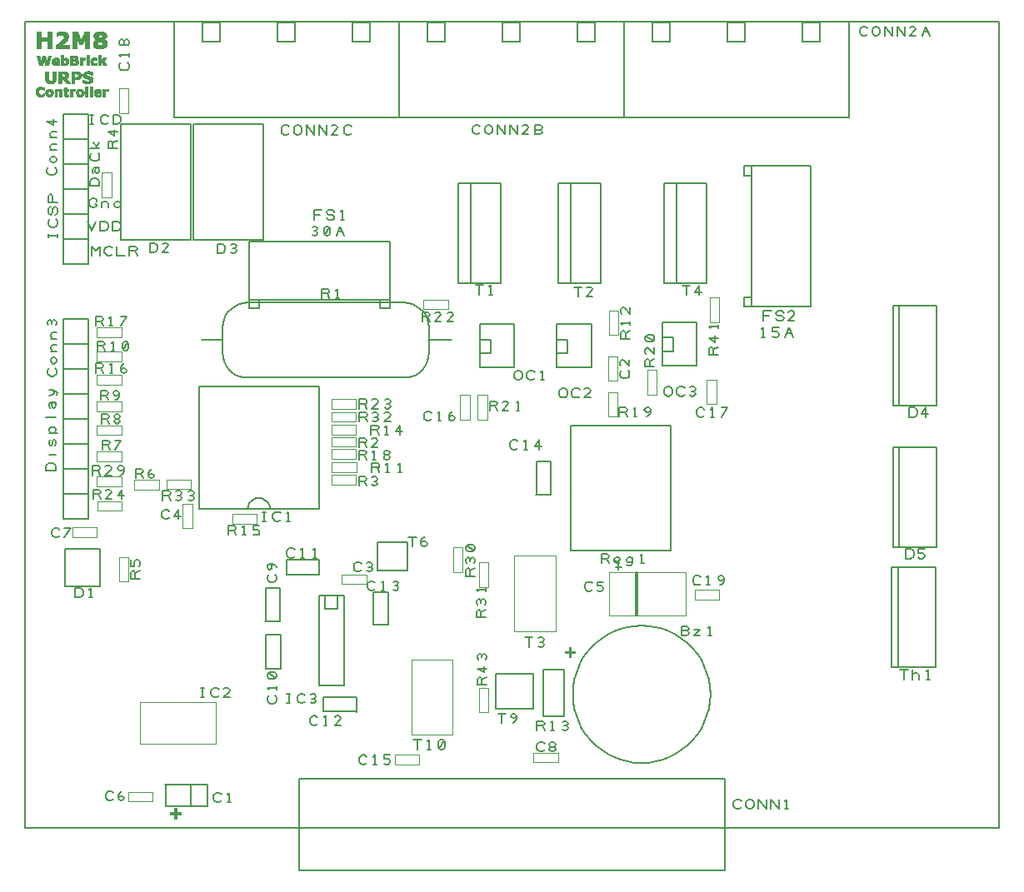
<source format=gbr>
%FSLAX23Y23*%
%MOIN*%
%ADD76C,0.00100*%
%ADD79C,0.00197*%
%ADD78C,0.00200*%
%ADD80C,0.00394*%
%ADD75C,0.00500*%
%ADD77C,0.00787*%
%ADD116C,0.01181*%
X000Y000D02*
D02*
D75*
X003Y173D02*
X3899D01*
Y3399*
X003*
Y173*
X125Y1602D02*
X087D01*
Y1620*
X090Y1627*
X094Y1630*
X100Y1633*
X112*
X119Y1630*
X122Y1627*
X125Y1620*
Y1602*
Y1664D02*
X100D01*
X090D02*
X122Y1702*
X125Y1708D01*
Y1720*
X122Y1727*
X115*
X112Y1720*
Y1708*
X109Y1702*
X103*
X100Y1708*
Y1720*
X103Y1727*
X100Y1752D02*
X134D01*
X115D02*
X122Y1755D01*
X125Y1761*
Y1767*
X122Y1774*
X115Y1777*
X109*
X103Y1774*
X100Y1767*
Y1761*
X103Y1755*
X109Y1752*
X115*
X125Y1817D02*
Y1814D01*
X087*
X103Y1852D02*
X100Y1858D01*
Y1867*
X103Y1874*
X109Y1877*
X119*
X122Y1874*
X125Y1867*
Y1861*
X122Y1855*
X119Y1852*
X115*
X112Y1855*
X109Y1861*
Y1867*
X112Y1874*
X115Y1877*
X119D02*
X125D01*
X100Y1902D02*
X112Y1905D01*
X119Y1911*
Y1917*
X112Y1924*
X100Y1927*
X112Y1924D02*
X125Y1920D01*
X131Y1917*
X134Y1911*
X131Y1905*
X133Y2536D02*
Y2549D01*
Y2543D02*
X096D01*
Y2536D02*
Y2549D01*
X127Y2608D02*
X130Y2605D01*
X133Y2599*
Y2589*
X130Y2583*
X127Y2580*
X121Y2577*
X108*
X102Y2580*
X099Y2583*
X096Y2589*
Y2599*
X099Y2605*
X102Y2608*
X124Y2627D02*
X130Y2630D01*
X133Y2636*
Y2649*
X130Y2655*
X124Y2658*
X118Y2655*
X114Y2649*
Y2636*
X111Y2630*
X105Y2627*
X099Y2630*
X096Y2636*
Y2649*
X099Y2655*
X105Y2658*
X133Y2677D02*
X096D01*
Y2699*
X099Y2705*
X105Y2708*
X111Y2705*
X114Y2699*
Y2677*
X256Y1408D02*
X156D01*
Y1508*
X256*
Y1408*
Y1508D02*
X156D01*
Y1608*
X256*
Y1508*
Y1608D02*
X156D01*
Y1708*
X256*
Y1608*
Y1708D02*
X156D01*
Y1808*
X256*
Y1708*
Y1808D02*
X156D01*
Y1908*
X256*
Y1808*
Y1908D02*
X156D01*
Y2008*
X256*
Y1908*
Y2008D02*
X156D01*
Y2108*
X256*
Y2008*
Y2108D02*
X156D01*
Y2208*
X256*
Y2108*
X256Y2530D02*
Y2430D01*
X156*
Y2530*
X256*
Y2630D02*
Y2530D01*
X156*
Y2630*
X256*
Y2730D02*
Y2630D01*
X156*
Y2730*
X256*
Y2830D02*
Y2730D01*
X156*
Y2830*
X256*
Y2930D02*
X156D01*
Y3030*
X256*
Y2930*
Y2830*
X156*
Y2930*
X256*
X304Y1140D02*
Y1290D01*
X164*
Y1140*
X303*
X564Y347D02*
X734D01*
Y260*
X565*
Y343*
X665Y259D02*
Y347D01*
X666*
X666Y2525D02*
Y2989D01*
X387*
Y2525*
X666*
X784Y3395D02*
X714D01*
Y3320*
X784*
Y3395*
X793Y2127D02*
X709D01*
X794Y2124D02*
Y2074D01*
X795Y2056*
X800Y2039*
X807Y2024*
X817Y2009*
X830Y1997*
X844Y1987*
X860Y1980*
X876Y1975*
X894Y1974*
X869*
X944*
X1519*
X1536Y1975*
X1553Y1980*
X1569Y1987*
X1583Y1997*
X1595Y2009*
X1605Y2024*
X1613Y2039*
X1617Y2056*
X1619Y2074*
Y2099*
Y2174*
X1617Y2191*
X1613Y2208*
X1605Y2224*
X1595Y2238*
X1583Y2250*
X1569Y2260*
X1553Y2268*
X1536Y2272*
X1519Y2274*
X1494*
X944*
X894*
X876Y2272*
X860Y2268*
X844Y2260*
X830Y2250*
X817Y2238*
X807Y2224*
X800Y2208*
X795Y2191*
X794Y2174*
Y2124*
X894Y1448D02*
X895Y1460D01*
X900Y1471*
X907Y1480*
X916Y1487*
X927Y1492*
X939Y1493*
X950Y1492*
X961Y1487*
X970Y1480*
X977Y1471*
X982Y1460*
X984Y1448*
X900Y2284D02*
X939D01*
Y2252*
X900*
Y2284*
X955Y2525D02*
Y2989D01*
X676*
Y2525*
X955*
X965Y1001D02*
Y1133D01*
X1024*
Y999*
X964*
X966Y812D02*
Y944D01*
X1025*
Y810*
X965*
X1084Y3395D02*
X1014D01*
Y3320*
X1084*
Y3395*
X1099Y003D02*
X2803D01*
Y369*
X1099*
Y003*
X1178Y1103D02*
Y741D01*
X1278*
Y1103*
X1178*
X1179Y1448D02*
Y1938D01*
X699*
Y1448*
X1179*
X1180Y1185D02*
X1048D01*
Y1244*
X1181*
Y1184*
X1253Y1098D02*
Y1048D01*
X1203*
Y1098*
X1327Y638D02*
X1195D01*
Y697*
X1329*
Y637*
X1384Y3395D02*
X1314D01*
Y3320*
X1384*
Y3395*
X1414Y1317D02*
X1534D01*
Y1202*
X1414*
Y1317*
X1424Y2284D02*
X1463D01*
Y2251*
X1424*
Y2284*
X1455Y1116D02*
Y984D01*
X1396*
Y1117*
X1456*
X1463Y2518D02*
X900D01*
Y2284*
X1463*
Y2518*
X1499Y3400D02*
X599D01*
Y3015*
X1499*
Y3400*
X1617Y2127D02*
X1709D01*
X1683Y3395D02*
X1613D01*
Y3320*
X1683*
Y3395*
X1737Y2351D02*
X1907D01*
Y2751*
X1737*
Y2351*
X1787D02*
Y2751D01*
X1825Y2072D02*
X1865D01*
Y2127*
X1822*
X1885Y650D02*
X2035D01*
Y790*
X1885*
Y651*
X1960Y2188D02*
X1822D01*
Y2015*
X1960*
Y2188*
X1983Y3395D02*
X1913D01*
Y3320*
X1983*
Y3395*
X2048Y1506D02*
Y1638D01*
X2107*
Y1505*
X2047*
X2076Y806D02*
Y619D01*
X2161*
Y806*
X2076*
X2134Y2072D02*
X2174D01*
Y2127*
X2132*
X2137Y2351D02*
X2307D01*
Y2751*
X2137*
Y2351*
X2187D02*
Y2751D01*
X2269Y2188D02*
X2131D01*
Y2015*
X2269*
Y2188*
X2283Y3395D02*
X2213D01*
Y3320*
X2283*
Y3395*
X2390Y1216D02*
X2365D01*
X2377Y1229D02*
Y1204D01*
X2398Y3400D02*
X1498D01*
Y3015*
X2398*
Y3400*
X2470Y432D02*
X2498Y433D01*
X2527Y438*
X2555Y445*
X2581Y456*
X2607Y469*
X2631Y484*
X2654Y502*
X2674Y523*
X2692Y545*
X2708Y569*
X2721Y595*
X2731Y622*
X2739Y650*
X2743Y678*
X2745Y707*
X2743Y736*
X2739Y764*
X2731Y792*
X2721Y819*
X2708Y844*
X2692Y868*
X2674Y891*
X2654Y911*
X2631Y929*
X2607Y945*
X2581Y958*
X2555Y968*
X2527Y976*
X2498Y980*
X2470Y982*
X2441Y980*
X2412Y976*
X2385Y968*
X2358Y958*
X2332Y945*
X2308Y929*
X2286Y911*
X2265Y891*
X2247Y868*
X2231Y844*
X2218Y819*
X2208Y792*
X2201Y764*
X2196Y736*
X2195Y707*
X2196Y678*
X2201Y650*
X2208Y622*
X2218Y595*
X2231Y569*
X2247Y545*
X2265Y523*
X2286Y502*
X2308Y484*
X2332Y469*
X2358Y456*
X2385Y445*
X2412Y438*
X2441Y433*
X2470Y432*
X2555Y2079D02*
X2595D01*
Y2134*
X2552*
X2559Y2351D02*
X2729D01*
Y2751*
X2559*
Y2351*
X2583Y3395D02*
X2513D01*
Y3320*
X2583*
Y3395*
X2587Y1283D02*
Y1783D01*
X2186*
Y1283*
X2587*
X2609Y2351D02*
Y2751D01*
X2690Y2195D02*
X2552D01*
Y2022*
X2690*
Y2195*
X2883Y3395D02*
X2813D01*
Y3320*
X2883*
Y3395*
X2911Y2297D02*
Y2258D01*
X2878*
Y2297*
X2911*
X2911Y2821D02*
Y2782D01*
X2879*
Y2821*
X2911*
X3145Y2258D02*
Y2821D01*
X2911*
Y2258*
X3145*
X3183Y3395D02*
X3113D01*
Y3320*
X3183*
Y3395*
X3298Y3400D02*
X2398D01*
Y3015*
X3298*
Y3400*
X3496Y817D02*
Y1217D01*
X3500Y1862D02*
Y2262D01*
X3500Y1297D02*
Y1697D01*
X3646Y817D02*
Y1217D01*
X3471*
Y817*
X3646*
X3650Y1862D02*
Y2262D01*
X3475*
Y1862*
X3650*
X3650Y1297D02*
Y1697D01*
X3475*
Y1297*
X3650*
D02*
D76*
X066Y3099D02*
X057Y3100D01*
X054Y3102*
X052Y3104*
X049Y3107*
X047Y3110*
X047Y3114*
X046Y3119*
X047Y3123*
X047Y3127*
X051Y3133*
X057Y3137*
X061Y3138*
X066Y3138*
X070Y3138*
X073Y3137*
X076Y3136*
X079Y3135*
Y3126*
X078*
X076Y3127*
X073Y3129*
X071Y3130*
X067Y3131*
X063Y3130*
X059Y3128*
X057Y3124*
X056Y3119*
X057Y3113*
X060Y3109*
X063Y3107*
X067Y3107*
X071Y3107*
X074Y3109*
X076Y3111*
X078Y3112*
X079*
Y3102*
X076Y3101*
X073Y3100*
X070Y3099*
X066*
X115Y3114D02*
X113Y3108D01*
X111Y3103*
X106Y3100*
X100Y3099*
X093Y3100*
X088Y3103*
X085Y3108*
X084Y3114*
X085Y3121*
X088Y3126*
X093Y3128*
X100Y3129*
X106Y3128*
X111Y3125*
X113Y3121*
X115Y3114*
X103Y3107D02*
X105Y3110D01*
X105Y3112*
Y3114*
X105Y3119*
X103Y3121*
X101Y3123*
X100Y3123*
X097Y3123*
X095Y3121*
X094Y3119*
X093Y3114*
X094Y3110*
X095Y3107*
X097Y3106*
X100Y3106*
X101Y3106*
X103Y3107*
X150Y3100D02*
X141D01*
Y3114*
Y3117*
X140Y3120*
X139Y3121*
X136Y3122*
X134Y3121*
X131Y3120*
Y3100*
X122*
Y3129*
X131*
Y3126*
X135Y3128*
X141Y3129*
X144Y3129*
X147Y3127*
X149Y3123*
X150Y3119*
Y3100*
X177D02*
X174Y3099D01*
X170*
X165Y3100*
X162Y3101*
X160Y3104*
X159Y3109*
Y3123*
X156*
Y3129*
X159*
Y3137*
X169*
Y3129*
X177*
Y3123*
X169*
Y3112*
Y3109*
X170Y3107*
X171Y3106*
X173Y3106*
X175*
X176Y3106*
X177*
Y3100*
X204Y3121D02*
X203D01*
X201Y3121*
X198*
X195Y3121*
X192Y3120*
Y3100*
X183*
Y3129*
X192*
Y3124*
X195Y3127*
X197Y3128*
X202Y3129*
X202*
X204*
Y3121*
X238Y3114D02*
X236Y3108D01*
X234Y3103*
X229Y3100*
X222Y3099*
X215Y3100*
X210Y3103*
X208Y3108*
X207Y3114*
X208Y3121*
X211Y3126*
X215Y3128*
X222Y3129*
X229Y3128*
X234Y3125*
X236Y3121*
X238Y3114*
X226Y3107D02*
X227Y3110D01*
X228Y3112*
Y3114*
X227Y3119*
X226Y3121*
X224Y3123*
X222Y3123*
X220Y3123*
X218Y3121*
X217Y3119*
X216Y3114*
X217Y3110*
X218Y3107*
X220Y3106*
X222Y3106*
X224Y3106*
X226Y3107*
X254Y3100D02*
X244D01*
Y3140*
X254*
Y3100*
X272D02*
X262D01*
Y3140*
X272*
Y3100*
X307Y3112D02*
X287D01*
X288Y3109*
X290Y3107*
X292Y3106*
X296Y3106*
X302Y3106*
X306Y3109*
X307*
Y3102*
X301Y3100*
X295Y3099*
X288Y3100*
X282Y3103*
X279Y3107*
X278Y3114*
X279Y3121*
X282Y3125*
X287Y3128*
X294Y3129*
X300Y3129*
X304Y3126*
X307Y3121*
X307Y3116*
Y3112*
X298Y3118D02*
X297Y3122D01*
X295Y3123*
X293Y3123*
X289Y3122*
X288Y3121*
X287Y3118*
X298*
X335Y3121D02*
X335D01*
X333Y3121*
X330*
X327Y3121*
X324Y3120*
Y3100*
X314*
Y3129*
X324*
Y3124*
X326Y3127*
X329Y3128*
X333Y3129*
X334*
X335*
Y3121*
X064Y3099D02*
X071D01*
X098D02*
X101D01*
X168D02*
X175D01*
X221D02*
X224D01*
X293D02*
X298D01*
X058Y3100D02*
X073D01*
X093D02*
X105D01*
X122D02*
X131D01*
X141D02*
X150D01*
X164D02*
X177D01*
X183D02*
X192D01*
X216D02*
X228D01*
X244D02*
X254D01*
X262D02*
X272D01*
X287D02*
X303D01*
X314D02*
X324D01*
X055Y3101D02*
X077D01*
X091D02*
X108D01*
X122D02*
X131D01*
X141D02*
X150D01*
X162D02*
X177D01*
X183D02*
X192D01*
X214D02*
X230D01*
X244D02*
X254D01*
X262D02*
X272D01*
X285D02*
X306D01*
X314D02*
X324D01*
X054Y3102D02*
X079D01*
X089D02*
X109D01*
X122D02*
X131D01*
X141D02*
X150D01*
X161D02*
X177D01*
X183D02*
X192D01*
X212D02*
X232D01*
X244D02*
X254D01*
X262D02*
X272D01*
X284D02*
X307D01*
X314D02*
X324D01*
X053Y3103D02*
X079D01*
X088D02*
X111D01*
X122D02*
X131D01*
X141D02*
X150D01*
X161D02*
X177D01*
X183D02*
X192D01*
X210D02*
X234D01*
X244D02*
X254D01*
X262D02*
X272D01*
X282D02*
X307D01*
X314D02*
X324D01*
X052Y3104D02*
X079D01*
X087D02*
X111D01*
X122D02*
X131D01*
X141D02*
X150D01*
X160D02*
X177D01*
X183D02*
X192D01*
X210D02*
X234D01*
X244D02*
X254D01*
X262D02*
X272D01*
X281D02*
X307D01*
X314D02*
X324D01*
X051Y3105D02*
X079D01*
X087D02*
X112D01*
X122D02*
X131D01*
X141D02*
X150D01*
X160D02*
X177D01*
X183D02*
X192D01*
X209D02*
X235D01*
X244D02*
X254D01*
X262D02*
X272D01*
X281D02*
X307D01*
X314D02*
X324D01*
X050Y3106D02*
X079D01*
X086D02*
X098D01*
X101D02*
X112D01*
X122D02*
X131D01*
X141D02*
X150D01*
X160D02*
X171D01*
X176D02*
X177D01*
X183D02*
X192D01*
X209D02*
X220D01*
X224D02*
X235D01*
X244D02*
X254D01*
X262D02*
X272D01*
X280D02*
X293D01*
X301D02*
X307D01*
X314D02*
X324D01*
X049Y3107D02*
X066D01*
X068D02*
X079D01*
X086D02*
X096D01*
X103D02*
X113D01*
X122D02*
X131D01*
X141D02*
X150D01*
X160D02*
X170D01*
X183D02*
X192D01*
X208D02*
X219D01*
X226D02*
X236D01*
X244D02*
X254D01*
X262D02*
X272D01*
X279D02*
X291D01*
X303D02*
X307D01*
X314D02*
X324D01*
X049Y3108D02*
X062D01*
X072D02*
X079D01*
X085D02*
X095D01*
X104D02*
X113D01*
X122D02*
X131D01*
X141D02*
X150D01*
X160D02*
X169D01*
X183D02*
X192D01*
X208D02*
X218D01*
X226D02*
X236D01*
X244D02*
X254D01*
X262D02*
X272D01*
X279D02*
X289D01*
X304D02*
X307D01*
X314D02*
X324D01*
X048Y3109D02*
X061D01*
X074D02*
X079D01*
X085D02*
X094D01*
X104D02*
X114D01*
X122D02*
X131D01*
X141D02*
X150D01*
X159D02*
X169D01*
X183D02*
X192D01*
X208D02*
X217D01*
X227D02*
X236D01*
X244D02*
X254D01*
X262D02*
X272D01*
X279D02*
X288D01*
X314D02*
X324D01*
X047Y3110D02*
X060D01*
X075D02*
X079D01*
X085D02*
X094D01*
X105D02*
X114D01*
X122D02*
X131D01*
X141D02*
X150D01*
X159D02*
X169D01*
X183D02*
X192D01*
X208D02*
X217D01*
X227D02*
X237D01*
X244D02*
X254D01*
X262D02*
X272D01*
X279D02*
X288D01*
X314D02*
X324D01*
X047Y3111D02*
X059D01*
X076D02*
X079D01*
X085D02*
X094D01*
X105D02*
X114D01*
X122D02*
X131D01*
X141D02*
X150D01*
X159D02*
X169D01*
X183D02*
X192D01*
X207D02*
X217D01*
X228D02*
X237D01*
X244D02*
X254D01*
X262D02*
X272D01*
X279D02*
X288D01*
X314D02*
X324D01*
X047Y3112D02*
X058D01*
X077D02*
X079D01*
X084D02*
X094D01*
X105D02*
X114D01*
X122D02*
X131D01*
X141D02*
X150D01*
X159D02*
X169D01*
X183D02*
X192D01*
X207D02*
X217D01*
X228D02*
X237D01*
X244D02*
X254D01*
X262D02*
X272D01*
X278D02*
X287D01*
X314D02*
X324D01*
X047Y3113D02*
X058D01*
X084D02*
X094D01*
X105D02*
X114D01*
X122D02*
X131D01*
X141D02*
X150D01*
X159D02*
X169D01*
X183D02*
X192D01*
X207D02*
X216D01*
X228D02*
X237D01*
X244D02*
X254D01*
X262D02*
X272D01*
X278D02*
X307D01*
X314D02*
X324D01*
X047Y3113D02*
X057D01*
X084D02*
X093D01*
X105D02*
X115D01*
X122D02*
X131D01*
X141D02*
X150D01*
X159D02*
X169D01*
X183D02*
X192D01*
X207D02*
X216D01*
X228D02*
X237D01*
X244D02*
X254D01*
X262D02*
X272D01*
X278D02*
X307D01*
X314D02*
X324D01*
X047Y3114D02*
X057D01*
X084D02*
X093D01*
X105D02*
X115D01*
X122D02*
X131D01*
X141D02*
X150D01*
X159D02*
X169D01*
X183D02*
X192D01*
X207D02*
X216D01*
X228D02*
X238D01*
X244D02*
X254D01*
X262D02*
X272D01*
X278D02*
X307D01*
X314D02*
X324D01*
X047Y3115D02*
X057D01*
X084D02*
X093D01*
X105D02*
X114D01*
X122D02*
X131D01*
X141D02*
X150D01*
X159D02*
X169D01*
X183D02*
X192D01*
X207D02*
X216D01*
X228D02*
X237D01*
X244D02*
X254D01*
X262D02*
X272D01*
X278D02*
X307D01*
X314D02*
X324D01*
X046Y3116D02*
X057D01*
X084D02*
X094D01*
X105D02*
X114D01*
X122D02*
X131D01*
X141D02*
X150D01*
X159D02*
X169D01*
X183D02*
X192D01*
X207D02*
X216D01*
X228D02*
X237D01*
X244D02*
X254D01*
X262D02*
X272D01*
X278D02*
X307D01*
X314D02*
X324D01*
X046Y3117D02*
X056D01*
X084D02*
X094D01*
X105D02*
X114D01*
X122D02*
X131D01*
X141D02*
X150D01*
X159D02*
X169D01*
X183D02*
X192D01*
X207D02*
X217D01*
X228D02*
X237D01*
X244D02*
X254D01*
X262D02*
X272D01*
X278D02*
X307D01*
X314D02*
X324D01*
X046Y3118D02*
X056D01*
X085D02*
X094D01*
X105D02*
X114D01*
X122D02*
X131D01*
X140D02*
X150D01*
X159D02*
X169D01*
X183D02*
X192D01*
X207D02*
X217D01*
X228D02*
X237D01*
X244D02*
X254D01*
X262D02*
X272D01*
X279D02*
X287D01*
X298D02*
X307D01*
X314D02*
X324D01*
X046Y3119D02*
X056D01*
X085D02*
X094D01*
X104D02*
X114D01*
X122D02*
X131D01*
X140D02*
X150D01*
X159D02*
X169D01*
X183D02*
X192D01*
X208D02*
X217D01*
X227D02*
X237D01*
X244D02*
X254D01*
X262D02*
X272D01*
X279D02*
X288D01*
X298D02*
X307D01*
X314D02*
X324D01*
X046Y3120D02*
X056D01*
X085D02*
X095D01*
X104D02*
X114D01*
X122D02*
X131D01*
X140D02*
X150D01*
X159D02*
X169D01*
X183D02*
X192D01*
X208D02*
X217D01*
X227D02*
X236D01*
X244D02*
X254D01*
X262D02*
X272D01*
X279D02*
X288D01*
X297D02*
X307D01*
X314D02*
X324D01*
X046Y3121D02*
X057D01*
X085D02*
X095D01*
X103D02*
X113D01*
X122D02*
X133D01*
X139D02*
X150D01*
X159D02*
X169D01*
X183D02*
X197D01*
X202D02*
X204D01*
X208D02*
X218D01*
X226D02*
X236D01*
X244D02*
X254D01*
X262D02*
X272D01*
X279D02*
X288D01*
X297D02*
X307D01*
X314D02*
X329D01*
X333D02*
X335D01*
X047Y3122D02*
X057D01*
X086D02*
X096D01*
X102D02*
X113D01*
X122D02*
X150D01*
X159D02*
X169D01*
X183D02*
X204D01*
X209D02*
X219D01*
X225D02*
X236D01*
X244D02*
X254D01*
X262D02*
X272D01*
X280D02*
X289D01*
X297D02*
X306D01*
X314D02*
X335D01*
X047Y3123D02*
X057D01*
X086D02*
X098D01*
X100D02*
X112D01*
X122D02*
X149D01*
X156D02*
X177D01*
X183D02*
X204D01*
X209D02*
X221D01*
X223D02*
X235D01*
X244D02*
X254D01*
X262D02*
X272D01*
X281D02*
X292D01*
X294D02*
X306D01*
X314D02*
X335D01*
X047Y3124D02*
X057D01*
X087D02*
X112D01*
X122D02*
X149D01*
X156D02*
X177D01*
X183D02*
X204D01*
X210D02*
X234D01*
X244D02*
X254D01*
X262D02*
X272D01*
X281D02*
X305D01*
X314D02*
X335D01*
X047Y3125D02*
X058D01*
X088D02*
X111D01*
X122D02*
X149D01*
X156D02*
X177D01*
X183D02*
X192D01*
X193D02*
X204D01*
X211D02*
X234D01*
X244D02*
X254D01*
X262D02*
X272D01*
X282D02*
X305D01*
X314D02*
X324D01*
X324D02*
X335D01*
X047Y3126D02*
X058D01*
X078D02*
X079D01*
X088D02*
X110D01*
X122D02*
X131D01*
X131D02*
X148D01*
X156D02*
X177D01*
X183D02*
X192D01*
X193D02*
X204D01*
X211D02*
X233D01*
X244D02*
X254D01*
X262D02*
X272D01*
X283D02*
X304D01*
X314D02*
X324D01*
X325D02*
X335D01*
X047Y3127D02*
X058D01*
X076D02*
X079D01*
X090D02*
X108D01*
X122D02*
X131D01*
X133D02*
X148D01*
X156D02*
X177D01*
X183D02*
X192D01*
X194D02*
X204D01*
X213D02*
X231D01*
X244D02*
X254D01*
X262D02*
X272D01*
X285D02*
X303D01*
X314D02*
X324D01*
X326D02*
X335D01*
X048Y3128D02*
X059D01*
X075D02*
X079D01*
X092D02*
X107D01*
X122D02*
X131D01*
X134D02*
X146D01*
X156D02*
X177D01*
X183D02*
X192D01*
X196D02*
X204D01*
X214D02*
X230D01*
X244D02*
X254D01*
X262D02*
X272D01*
X286D02*
X302D01*
X314D02*
X324D01*
X328D02*
X335D01*
X048Y3128D02*
X060D01*
X074D02*
X079D01*
X094D02*
X104D01*
X122D02*
X131D01*
X137D02*
X145D01*
X156D02*
X177D01*
X183D02*
X192D01*
X199D02*
X204D01*
X217D02*
X227D01*
X244D02*
X254D01*
X262D02*
X272D01*
X289D02*
X300D01*
X314D02*
X324D01*
X331D02*
X335D01*
X049Y3129D02*
X062D01*
X072D02*
X079D01*
X099D02*
X100D01*
X140D02*
X141D01*
X159D02*
X169D01*
X222D02*
X223D01*
X244D02*
X254D01*
X262D02*
X272D01*
X293D02*
X294D01*
X049Y3130D02*
X065D01*
X069D02*
X079D01*
X159D02*
X169D01*
X244D02*
X254D01*
X262D02*
X272D01*
X050Y3131D02*
X079D01*
X159D02*
X169D01*
X244D02*
X254D01*
X262D02*
X272D01*
X050Y3132D02*
X079D01*
X159D02*
X169D01*
X244D02*
X254D01*
X262D02*
X272D01*
X051Y3133D02*
X079D01*
X159D02*
X169D01*
X244D02*
X254D01*
X262D02*
X272D01*
X053Y3134D02*
X079D01*
X159D02*
X169D01*
X244D02*
X254D01*
X262D02*
X272D01*
X054Y3135D02*
X079D01*
X159D02*
X169D01*
X244D02*
X254D01*
X262D02*
X272D01*
X056Y3136D02*
X077D01*
X159D02*
X169D01*
X244D02*
X254D01*
X262D02*
X272D01*
X057Y3137D02*
X074D01*
X159D02*
X169D01*
X244D02*
X254D01*
X262D02*
X272D01*
X063Y3138D02*
X068D01*
X244D02*
X254D01*
X262D02*
X272D01*
X244Y3139D02*
X254D01*
X262D02*
X272D01*
X109Y3293D02*
X092D01*
Y3322*
X067*
Y3293*
X050*
Y3359*
X067*
Y3335*
X092*
Y3359*
X109*
Y3293*
X179D02*
X127D01*
Y3304*
X139Y3313*
X143Y3317*
X148Y3322*
X152Y3326*
X156Y3330*
X158Y3334*
Y3338*
X157Y3341*
X154Y3345*
X151Y3346*
X147Y3347*
X139Y3346*
X130Y3341*
X129*
Y3356*
X133Y3357*
X138Y3359*
X150Y3360*
X161Y3359*
X169Y3355*
X174Y3349*
X175Y3340*
X174Y3335*
X172Y3328*
X169Y3323*
X163Y3317*
X154Y3311*
X151Y3307*
X149Y3306*
X179*
Y3293*
X261D02*
X244D01*
Y3337*
X232Y3308*
X221*
X208Y3337*
Y3293*
X192*
Y3359*
X212*
X226Y3326*
X242Y3359*
X261*
Y3293*
X331Y3312D02*
X329Y3304D01*
X323Y3297*
X314Y3293*
X302Y3292*
X290Y3293*
X281Y3297*
X277Y3303*
X275Y3311*
X276Y3315*
X278Y3319*
X281Y3323*
X288Y3326*
X283Y3329*
X279Y3333*
X278Y3337*
X277Y3342*
X279Y3349*
X285Y3355*
X292Y3359*
X303Y3360*
X313Y3359*
X322Y3356*
X326Y3350*
X329Y3344*
X328Y3339*
X326Y3335*
X322Y3331*
X318Y3329*
X323Y3326*
X328Y3322*
X330Y3317*
X331Y3312*
X312Y3341D02*
Y3344D01*
X310Y3346*
X303Y3348*
X300*
X298Y3347*
X296Y3345*
X294Y3342*
X296Y3338*
X301Y3336*
X304Y3335*
X309Y3333*
X311Y3337*
X312Y3341*
X313Y3312D02*
X312Y3316D01*
X309Y3317*
X305Y3319*
X301Y3320*
X297Y3323*
X293Y3318*
X291Y3314*
X292Y3309*
X294Y3306*
X298Y3304*
X303*
X307*
X310Y3305*
X312Y3307*
X313Y3312*
X300Y3292D02*
X304D01*
X050Y3293D02*
X067D01*
X092D02*
X109D01*
X127D02*
X179D01*
X192D02*
X208D01*
X244D02*
X261D01*
X290D02*
X314D01*
X050Y3294D02*
X067D01*
X092D02*
X109D01*
X127D02*
X179D01*
X192D02*
X208D01*
X244D02*
X261D01*
X288D02*
X316D01*
X050Y3295D02*
X067D01*
X092D02*
X109D01*
X127D02*
X179D01*
X192D02*
X208D01*
X244D02*
X261D01*
X286D02*
X318D01*
X050Y3296D02*
X067D01*
X092D02*
X109D01*
X127D02*
X179D01*
X192D02*
X208D01*
X244D02*
X261D01*
X284D02*
X320D01*
X050Y3297D02*
X067D01*
X092D02*
X109D01*
X127D02*
X179D01*
X192D02*
X208D01*
X244D02*
X261D01*
X283D02*
X322D01*
X050Y3298D02*
X067D01*
X092D02*
X109D01*
X127D02*
X179D01*
X192D02*
X208D01*
X244D02*
X261D01*
X281D02*
X323D01*
X050Y3298D02*
X067D01*
X092D02*
X109D01*
X127D02*
X179D01*
X192D02*
X208D01*
X244D02*
X261D01*
X280D02*
X324D01*
X050Y3299D02*
X067D01*
X092D02*
X109D01*
X127D02*
X179D01*
X192D02*
X208D01*
X244D02*
X261D01*
X279D02*
X325D01*
X050Y3300D02*
X067D01*
X092D02*
X109D01*
X127D02*
X179D01*
X192D02*
X208D01*
X244D02*
X261D01*
X279D02*
X326D01*
X050Y3301D02*
X067D01*
X092D02*
X109D01*
X127D02*
X179D01*
X192D02*
X208D01*
X244D02*
X261D01*
X278D02*
X326D01*
X050Y3302D02*
X067D01*
X092D02*
X109D01*
X127D02*
X179D01*
X192D02*
X208D01*
X244D02*
X261D01*
X277D02*
X327D01*
X050Y3303D02*
X067D01*
X092D02*
X109D01*
X127D02*
X179D01*
X192D02*
X208D01*
X244D02*
X261D01*
X277D02*
X328D01*
X050Y3304D02*
X067D01*
X092D02*
X109D01*
X127D02*
X179D01*
X192D02*
X208D01*
X244D02*
X261D01*
X276D02*
X297D01*
X307D02*
X329D01*
X050Y3305D02*
X067D01*
X092D02*
X109D01*
X128D02*
X179D01*
X192D02*
X208D01*
X244D02*
X261D01*
X276D02*
X296D01*
X310D02*
X329D01*
X050Y3306D02*
X067D01*
X092D02*
X109D01*
X130D02*
X179D01*
X192D02*
X208D01*
X244D02*
X261D01*
X276D02*
X295D01*
X311D02*
X329D01*
X050Y3307D02*
X067D01*
X092D02*
X109D01*
X131D02*
X151D01*
X192D02*
X208D01*
X244D02*
X261D01*
X276D02*
X294D01*
X312D02*
X329D01*
X050Y3308D02*
X067D01*
X092D02*
X109D01*
X132D02*
X152D01*
X192D02*
X208D01*
X244D02*
X261D01*
X275D02*
X293D01*
X312D02*
X330D01*
X050Y3309D02*
X067D01*
X092D02*
X109D01*
X134D02*
X153D01*
X192D02*
X208D01*
X220D02*
X232D01*
X244D02*
X261D01*
X275D02*
X293D01*
X312D02*
X330D01*
X050Y3310D02*
X067D01*
X092D02*
X109D01*
X135D02*
X154D01*
X192D02*
X208D01*
X220D02*
X232D01*
X244D02*
X261D01*
X275D02*
X292D01*
X313D02*
X330D01*
X050Y3311D02*
X067D01*
X092D02*
X109D01*
X136D02*
X155D01*
X192D02*
X208D01*
X220D02*
X233D01*
X244D02*
X261D01*
X275D02*
X292D01*
X313D02*
X331D01*
X050Y3312D02*
X067D01*
X092D02*
X109D01*
X137D02*
X156D01*
X192D02*
X208D01*
X219D02*
X233D01*
X244D02*
X261D01*
X275D02*
X292D01*
X313D02*
X331D01*
X050Y3313D02*
X067D01*
X092D02*
X109D01*
X139D02*
X157D01*
X192D02*
X208D01*
X219D02*
X233D01*
X244D02*
X261D01*
X275D02*
X291D01*
X313D02*
X331D01*
X050Y3313D02*
X067D01*
X092D02*
X109D01*
X140D02*
X158D01*
X192D02*
X208D01*
X218D02*
X234D01*
X244D02*
X261D01*
X275D02*
X291D01*
X313D02*
X330D01*
X050Y3314D02*
X067D01*
X092D02*
X109D01*
X141D02*
X160D01*
X192D02*
X208D01*
X218D02*
X234D01*
X244D02*
X261D01*
X276D02*
X291D01*
X312D02*
X330D01*
X050Y3315D02*
X067D01*
X092D02*
X109D01*
X142D02*
X161D01*
X192D02*
X208D01*
X218D02*
X235D01*
X244D02*
X261D01*
X276D02*
X292D01*
X312D02*
X330D01*
X050Y3316D02*
X067D01*
X092D02*
X109D01*
X143D02*
X162D01*
X192D02*
X208D01*
X217D02*
X235D01*
X244D02*
X261D01*
X276D02*
X292D01*
X311D02*
X330D01*
X050Y3317D02*
X067D01*
X092D02*
X109D01*
X144D02*
X163D01*
X192D02*
X208D01*
X217D02*
X235D01*
X244D02*
X261D01*
X277D02*
X293D01*
X309D02*
X330D01*
X050Y3318D02*
X067D01*
X092D02*
X109D01*
X144D02*
X164D01*
X192D02*
X208D01*
X216D02*
X236D01*
X244D02*
X261D01*
X277D02*
X293D01*
X307D02*
X329D01*
X050Y3319D02*
X067D01*
X092D02*
X109D01*
X145D02*
X165D01*
X192D02*
X208D01*
X216D02*
X236D01*
X244D02*
X261D01*
X278D02*
X294D01*
X306D02*
X329D01*
X050Y3320D02*
X067D01*
X092D02*
X109D01*
X146D02*
X166D01*
X192D02*
X208D01*
X216D02*
X237D01*
X244D02*
X261D01*
X279D02*
X295D01*
X303D02*
X328D01*
X050Y3321D02*
X067D01*
X092D02*
X109D01*
X147D02*
X167D01*
X192D02*
X208D01*
X215D02*
X237D01*
X244D02*
X261D01*
X280D02*
X295D01*
X300D02*
X328D01*
X050Y3322D02*
X109D01*
X148D02*
X168D01*
X192D02*
X208D01*
X215D02*
X237D01*
X244D02*
X261D01*
X280D02*
X296D01*
X298D02*
X327D01*
X050Y3323D02*
X109D01*
X149D02*
X169D01*
X192D02*
X208D01*
X214D02*
X238D01*
X244D02*
X261D01*
X282D02*
X326D01*
X050Y3324D02*
X109D01*
X150D02*
X169D01*
X192D02*
X208D01*
X214D02*
X238D01*
X244D02*
X261D01*
X284D02*
X325D01*
X050Y3325D02*
X109D01*
X151D02*
X170D01*
X192D02*
X208D01*
X214D02*
X239D01*
X244D02*
X261D01*
X285D02*
X324D01*
X050Y3326D02*
X109D01*
X152D02*
X171D01*
X192D02*
X208D01*
X213D02*
X239D01*
X244D02*
X261D01*
X287D02*
X323D01*
X050Y3327D02*
X109D01*
X153D02*
X171D01*
X192D02*
X208D01*
X213D02*
X226D01*
X226D02*
X239D01*
X244D02*
X261D01*
X287D02*
X322D01*
X050Y3328D02*
X109D01*
X153D02*
X172D01*
X192D02*
X208D01*
X212D02*
X225D01*
X227D02*
X240D01*
X244D02*
X261D01*
X286D02*
X320D01*
X050Y3328D02*
X109D01*
X154D02*
X172D01*
X192D02*
X208D01*
X212D02*
X225D01*
X227D02*
X240D01*
X244D02*
X261D01*
X284D02*
X319D01*
X050Y3329D02*
X109D01*
X155D02*
X172D01*
X192D02*
X208D01*
X212D02*
X225D01*
X228D02*
X241D01*
X244D02*
X261D01*
X283D02*
X318D01*
X050Y3330D02*
X109D01*
X156D02*
X173D01*
X192D02*
X208D01*
X211D02*
X224D01*
X228D02*
X241D01*
X244D02*
X261D01*
X282D02*
X320D01*
X050Y3331D02*
X109D01*
X156D02*
X173D01*
X192D02*
X208D01*
X211D02*
X224D01*
X229D02*
X241D01*
X244D02*
X261D01*
X281D02*
X322D01*
X050Y3332D02*
X109D01*
X157D02*
X173D01*
X192D02*
X208D01*
X210D02*
X223D01*
X229D02*
X242D01*
X244D02*
X261D01*
X279D02*
X323D01*
X050Y3333D02*
X109D01*
X157D02*
X174D01*
X192D02*
X208D01*
X210D02*
X223D01*
X229D02*
X242D01*
X244D02*
X261D01*
X279D02*
X308D01*
X309D02*
X324D01*
X050Y3334D02*
X109D01*
X158D02*
X174D01*
X192D02*
X208D01*
X210D02*
X223D01*
X230D02*
X243D01*
X244D02*
X261D01*
X279D02*
X306D01*
X310D02*
X326D01*
X050Y3335D02*
X067D01*
X092D02*
X109D01*
X158D02*
X174D01*
X192D02*
X208D01*
X209D02*
X222D01*
X230D02*
X243D01*
X244D02*
X261D01*
X278D02*
X304D01*
X310D02*
X326D01*
X050Y3336D02*
X067D01*
X092D02*
X109D01*
X158D02*
X175D01*
X192D02*
X208D01*
X209D02*
X222D01*
X231D02*
X243D01*
X244D02*
X261D01*
X278D02*
X301D01*
X310D02*
X327D01*
X050Y3337D02*
X067D01*
X092D02*
X109D01*
X158D02*
X175D01*
X192D02*
X208D01*
X208D02*
X221D01*
X231D02*
X244D01*
X244D02*
X261D01*
X278D02*
X298D01*
X311D02*
X327D01*
X050Y3338D02*
X067D01*
X092D02*
X109D01*
X158D02*
X175D01*
X192D02*
X221D01*
X232D02*
X261D01*
X278D02*
X296D01*
X311D02*
X327D01*
X050Y3339D02*
X067D01*
X092D02*
X109D01*
X157D02*
X175D01*
X192D02*
X221D01*
X232D02*
X261D01*
X278D02*
X295D01*
X311D02*
X327D01*
X050Y3340D02*
X067D01*
X092D02*
X109D01*
X157D02*
X175D01*
X192D02*
X220D01*
X233D02*
X261D01*
X277D02*
X295D01*
X312D02*
X328D01*
X050Y3341D02*
X067D01*
X092D02*
X109D01*
X157D02*
X175D01*
X192D02*
X220D01*
X233D02*
X261D01*
X277D02*
X295D01*
X312D02*
X328D01*
X050Y3342D02*
X067D01*
X092D02*
X109D01*
X129D02*
X131D01*
X156D02*
X175D01*
X192D02*
X219D01*
X233D02*
X261D01*
X277D02*
X295D01*
X312D02*
X328D01*
X050Y3343D02*
X067D01*
X092D02*
X109D01*
X129D02*
X132D01*
X156D02*
X175D01*
X192D02*
X219D01*
X234D02*
X261D01*
X277D02*
X294D01*
X312D02*
X328D01*
X050Y3343D02*
X067D01*
X092D02*
X109D01*
X129D02*
X134D01*
X155D02*
X175D01*
X192D02*
X218D01*
X234D02*
X261D01*
X277D02*
X295D01*
X312D02*
X329D01*
X050Y3344D02*
X067D01*
X092D02*
X109D01*
X129D02*
X136D01*
X155D02*
X175D01*
X192D02*
X218D01*
X235D02*
X261D01*
X277D02*
X295D01*
X311D02*
X328D01*
X050Y3345D02*
X067D01*
X092D02*
X109D01*
X129D02*
X138D01*
X152D02*
X175D01*
X192D02*
X218D01*
X235D02*
X261D01*
X278D02*
X296D01*
X310D02*
X328D01*
X050Y3346D02*
X067D01*
X092D02*
X109D01*
X129D02*
X142D01*
X149D02*
X175D01*
X192D02*
X217D01*
X236D02*
X261D01*
X278D02*
X297D01*
X308D02*
X328D01*
X050Y3347D02*
X067D01*
X092D02*
X109D01*
X129D02*
X175D01*
X192D02*
X217D01*
X236D02*
X261D01*
X278D02*
X298D01*
X306D02*
X327D01*
X050Y3348D02*
X067D01*
X092D02*
X109D01*
X129D02*
X174D01*
X192D02*
X216D01*
X236D02*
X261D01*
X279D02*
X327D01*
X050Y3349D02*
X067D01*
X092D02*
X109D01*
X129D02*
X174D01*
X192D02*
X216D01*
X237D02*
X261D01*
X279D02*
X327D01*
X050Y3350D02*
X067D01*
X092D02*
X109D01*
X129D02*
X173D01*
X192D02*
X216D01*
X237D02*
X261D01*
X280D02*
X326D01*
X050Y3351D02*
X067D01*
X092D02*
X109D01*
X129D02*
X172D01*
X192D02*
X215D01*
X238D02*
X261D01*
X281D02*
X326D01*
X050Y3352D02*
X067D01*
X092D02*
X109D01*
X129D02*
X171D01*
X192D02*
X215D01*
X238D02*
X261D01*
X282D02*
X325D01*
X050Y3353D02*
X067D01*
X092D02*
X109D01*
X129D02*
X171D01*
X192D02*
X214D01*
X239D02*
X261D01*
X283D02*
X324D01*
X050Y3354D02*
X067D01*
X092D02*
X109D01*
X129D02*
X170D01*
X192D02*
X214D01*
X239D02*
X261D01*
X284D02*
X324D01*
X050Y3355D02*
X067D01*
X092D02*
X109D01*
X129D02*
X169D01*
X192D02*
X214D01*
X240D02*
X261D01*
X285D02*
X323D01*
X050Y3356D02*
X067D01*
X092D02*
X109D01*
X129D02*
X167D01*
X192D02*
X213D01*
X240D02*
X261D01*
X286D02*
X322D01*
X050Y3357D02*
X067D01*
X092D02*
X109D01*
X133D02*
X165D01*
X192D02*
X213D01*
X240D02*
X261D01*
X288D02*
X320D01*
X050Y3358D02*
X067D01*
X092D02*
X109D01*
X135D02*
X164D01*
X192D02*
X212D01*
X241D02*
X261D01*
X290D02*
X317D01*
X050Y3358D02*
X067D01*
X092D02*
X109D01*
X137D02*
X162D01*
X192D02*
X212D01*
X241D02*
X261D01*
X291D02*
X315D01*
X142Y3359D02*
X157D01*
X296D02*
X310D01*
X106Y3263D02*
X096Y3225D01*
X085*
X078Y3249*
X072Y3225*
X060*
X050Y3263*
X061*
X067Y3237*
X074Y3263*
X083*
X090Y3237*
X096Y3263*
X106*
X140Y3237D02*
X120D01*
X120Y3234*
X122Y3232*
X125Y3231*
X128Y3231*
X134Y3231*
X138Y3234*
X139*
Y3227*
X133Y3225*
X128Y3224*
X120Y3225*
X115Y3228*
X111Y3232*
X110Y3239*
X111Y3246*
X115Y3250*
X120Y3253*
X126Y3254*
X132Y3254*
X137Y3251*
X139Y3246*
X140Y3241*
Y3237*
X130Y3243D02*
X129Y3247D01*
X128Y3248*
X125Y3248*
X121Y3247*
X120Y3246*
X120Y3243*
X130*
X176Y3239D02*
X176Y3234D01*
X172Y3229*
X169Y3225*
X164Y3224*
X159Y3225*
X156Y3226*
X155Y3225*
X147*
Y3265*
X156*
Y3251*
X161Y3253*
X166Y3254*
X170Y3253*
X174Y3251*
X176Y3246*
X176Y3239*
X167D02*
Y3242D01*
X166Y3246*
X164Y3247*
X161Y3248*
X159Y3247*
X156Y3246*
Y3231*
X158Y3231*
X160*
X163Y3231*
X165Y3232*
X166Y3236*
X167Y3239*
X216Y3236D02*
X215Y3231D01*
X212Y3228*
X207Y3225*
X204Y3225*
X200*
X184*
Y3263*
X198*
X202*
X205Y3262*
X209Y3261*
X212Y3258*
X213Y3254*
X213Y3251*
X212Y3249*
X210Y3247*
X208Y3246*
X212Y3244*
X214Y3242*
X215Y3240*
X216Y3236*
X203Y3252D02*
X203Y3254D01*
X201Y3255*
X199Y3256*
X197*
X195*
X194*
Y3248*
X195*
X199*
X201Y3248*
X203Y3249*
X203Y3252*
X206Y3237D02*
X205Y3239D01*
X203Y3241*
X200Y3241*
X196*
X194*
Y3232*
X195*
X198*
X200*
X203Y3232*
X205Y3234*
X206Y3237*
X244Y3246D02*
X243D01*
X241Y3246*
X239*
X235Y3246*
X232Y3245*
Y3225*
X223*
Y3254*
X232*
Y3249*
X235Y3252*
X237Y3253*
X242Y3254*
X242*
X244*
Y3246*
X258Y3225D02*
X249D01*
Y3254*
X258*
Y3225*
Y3258D02*
X249D01*
Y3265*
X258*
Y3258*
X281Y3224D02*
X275Y3225D01*
X269Y3228*
X266Y3232*
X265Y3236*
X264Y3239*
X265Y3243*
X266Y3246*
X269Y3251*
X275Y3254*
X281Y3254*
X286Y3254*
X291Y3252*
Y3244*
X290*
X288Y3245*
X286Y3246*
X284Y3247*
X281Y3248*
X278Y3247*
X276Y3245*
X275Y3242*
X274Y3239*
X275Y3236*
X276Y3233*
X278Y3232*
X281Y3231*
X285*
X287Y3232*
X288Y3233*
X290Y3234*
X291*
Y3226*
X286Y3225*
X281Y3224*
X328Y3225D02*
X317D01*
X309Y3237*
X307Y3234*
Y3225*
X297*
Y3265*
X307*
Y3241*
X317Y3254*
X327*
X317Y3241*
X328Y3225*
X125Y3224D02*
X130D01*
X162D02*
X165D01*
X279D02*
X283D01*
X060Y3225D02*
X072D01*
X085D02*
X096D01*
X119D02*
X135D01*
X147D02*
X156D01*
X158D02*
X168D01*
X184D02*
X207D01*
X223D02*
X232D01*
X249D02*
X258D01*
X274D02*
X288D01*
X297D02*
X307D01*
X317D02*
X328D01*
X060Y3226D02*
X072D01*
X085D02*
X096D01*
X118D02*
X138D01*
X147D02*
X170D01*
X184D02*
X209D01*
X223D02*
X232D01*
X249D02*
X258D01*
X272D02*
X291D01*
X297D02*
X307D01*
X316D02*
X327D01*
X060Y3227D02*
X072D01*
X084D02*
X096D01*
X116D02*
X139D01*
X147D02*
X171D01*
X184D02*
X210D01*
X223D02*
X232D01*
X249D02*
X258D01*
X270D02*
X291D01*
X297D02*
X307D01*
X316D02*
X326D01*
X059Y3228D02*
X073D01*
X084D02*
X097D01*
X114D02*
X139D01*
X147D02*
X172D01*
X184D02*
X212D01*
X223D02*
X232D01*
X249D02*
X258D01*
X269D02*
X291D01*
X297D02*
X307D01*
X315D02*
X326D01*
X059Y3229D02*
X073D01*
X084D02*
X097D01*
X114D02*
X139D01*
X147D02*
X173D01*
X184D02*
X213D01*
X223D02*
X232D01*
X249D02*
X258D01*
X268D02*
X291D01*
X297D02*
X307D01*
X315D02*
X325D01*
X059Y3230D02*
X073D01*
X083D02*
X097D01*
X113D02*
X139D01*
X147D02*
X173D01*
X184D02*
X214D01*
X223D02*
X232D01*
X249D02*
X258D01*
X267D02*
X291D01*
X297D02*
X307D01*
X314D02*
X324D01*
X059Y3231D02*
X073D01*
X083D02*
X097D01*
X112D02*
X125D01*
X133D02*
X139D01*
X147D02*
X157D01*
X162D02*
X174D01*
X184D02*
X215D01*
X223D02*
X232D01*
X249D02*
X258D01*
X267D02*
X291D01*
X297D02*
X307D01*
X313D02*
X324D01*
X058Y3232D02*
X074D01*
X083D02*
X098D01*
X112D02*
X123D01*
X135D02*
X139D01*
X147D02*
X156D01*
X164D02*
X175D01*
X184D02*
X194D01*
X201D02*
X215D01*
X223D02*
X232D01*
X249D02*
X258D01*
X266D02*
X278D01*
X286D02*
X291D01*
X297D02*
X307D01*
X313D02*
X323D01*
X058Y3233D02*
X074D01*
X083D02*
X098D01*
X111D02*
X122D01*
X137D02*
X139D01*
X147D02*
X156D01*
X165D02*
X175D01*
X184D02*
X194D01*
X204D02*
X215D01*
X223D02*
X232D01*
X249D02*
X258D01*
X266D02*
X276D01*
X288D02*
X291D01*
X297D02*
X307D01*
X312D02*
X323D01*
X058Y3234D02*
X074D01*
X082D02*
X098D01*
X111D02*
X121D01*
X147D02*
X156D01*
X165D02*
X176D01*
X184D02*
X194D01*
X205D02*
X215D01*
X223D02*
X232D01*
X249D02*
X258D01*
X265D02*
X275D01*
X289D02*
X291D01*
X297D02*
X307D01*
X312D02*
X322D01*
X058Y3235D02*
X074D01*
X082D02*
X098D01*
X111D02*
X120D01*
X147D02*
X156D01*
X166D02*
X176D01*
X184D02*
X194D01*
X205D02*
X216D01*
X223D02*
X232D01*
X249D02*
X258D01*
X265D02*
X275D01*
X297D02*
X307D01*
X311D02*
X321D01*
X057Y3236D02*
X074D01*
X082D02*
X099D01*
X111D02*
X120D01*
X147D02*
X156D01*
X166D02*
X176D01*
X184D02*
X194D01*
X206D02*
X216D01*
X223D02*
X232D01*
X249D02*
X258D01*
X265D02*
X275D01*
X297D02*
X308D01*
X310D02*
X321D01*
X057Y3237D02*
X075D01*
X082D02*
X099D01*
X111D02*
X120D01*
X147D02*
X156D01*
X166D02*
X176D01*
X184D02*
X194D01*
X206D02*
X216D01*
X223D02*
X232D01*
X249D02*
X258D01*
X265D02*
X274D01*
X297D02*
X309D01*
X310D02*
X320D01*
X057Y3238D02*
X066D01*
X067D02*
X075D01*
X081D02*
X090D01*
X090D02*
X099D01*
X110D02*
X140D01*
X147D02*
X156D01*
X167D02*
X176D01*
X184D02*
X194D01*
X206D02*
X216D01*
X223D02*
X232D01*
X249D02*
X258D01*
X265D02*
X274D01*
X297D02*
X319D01*
X057Y3238D02*
X066D01*
X067D02*
X075D01*
X081D02*
X090D01*
X090D02*
X099D01*
X110D02*
X140D01*
X147D02*
X156D01*
X167D02*
X176D01*
X184D02*
X194D01*
X205D02*
X216D01*
X223D02*
X232D01*
X249D02*
X258D01*
X265D02*
X274D01*
X297D02*
X319D01*
X056Y3239D02*
X066D01*
X067D02*
X075D01*
X081D02*
X089D01*
X091D02*
X100D01*
X110D02*
X140D01*
X147D02*
X156D01*
X167D02*
X176D01*
X184D02*
X194D01*
X205D02*
X215D01*
X223D02*
X232D01*
X249D02*
X258D01*
X264D02*
X274D01*
X297D02*
X318D01*
X056Y3240D02*
X066D01*
X068D02*
X076D01*
X081D02*
X089D01*
X091D02*
X100D01*
X110D02*
X140D01*
X147D02*
X156D01*
X167D02*
X176D01*
X184D02*
X194D01*
X203D02*
X215D01*
X223D02*
X232D01*
X249D02*
X258D01*
X265D02*
X274D01*
X297D02*
X317D01*
X056Y3241D02*
X066D01*
X068D02*
X076D01*
X080D02*
X089D01*
X091D02*
X100D01*
X111D02*
X140D01*
X147D02*
X156D01*
X167D02*
X176D01*
X184D02*
X215D01*
X223D02*
X232D01*
X249D02*
X258D01*
X265D02*
X274D01*
X297D02*
X307D01*
X307D02*
X317D01*
X056Y3242D02*
X065D01*
X068D02*
X076D01*
X080D02*
X089D01*
X091D02*
X100D01*
X111D02*
X140D01*
X147D02*
X156D01*
X167D02*
X176D01*
X184D02*
X214D01*
X223D02*
X232D01*
X249D02*
X258D01*
X265D02*
X274D01*
X297D02*
X307D01*
X307D02*
X318D01*
X055Y3243D02*
X065D01*
X068D02*
X076D01*
X080D02*
X088D01*
X091D02*
X101D01*
X111D02*
X120D01*
X130D02*
X139D01*
X147D02*
X156D01*
X167D02*
X176D01*
X184D02*
X213D01*
X223D02*
X232D01*
X249D02*
X258D01*
X265D02*
X275D01*
X297D02*
X307D01*
X308D02*
X318D01*
X055Y3244D02*
X065D01*
X069D02*
X077D01*
X079D02*
X088D01*
X092D02*
X101D01*
X111D02*
X120D01*
X130D02*
X139D01*
X147D02*
X156D01*
X166D02*
X176D01*
X184D02*
X212D01*
X223D02*
X232D01*
X249D02*
X258D01*
X265D02*
X275D01*
X297D02*
X307D01*
X309D02*
X319D01*
X055Y3245D02*
X065D01*
X069D02*
X077D01*
X079D02*
X088D01*
X092D02*
X101D01*
X111D02*
X120D01*
X130D02*
X139D01*
X147D02*
X156D01*
X166D02*
X176D01*
X184D02*
X209D01*
X223D02*
X233D01*
X249D02*
X258D01*
X265D02*
X276D01*
X288D02*
X291D01*
X297D02*
X307D01*
X310D02*
X320D01*
X055Y3246D02*
X065D01*
X069D02*
X077D01*
X079D02*
X087D01*
X092D02*
X101D01*
X112D02*
X121D01*
X129D02*
X139D01*
X147D02*
X157D01*
X165D02*
X175D01*
X184D02*
X208D01*
X223D02*
X237D01*
X242D02*
X244D01*
X249D02*
X258D01*
X266D02*
X277D01*
X287D02*
X291D01*
X297D02*
X307D01*
X310D02*
X321D01*
X054Y3247D02*
X064D01*
X069D02*
X077D01*
X079D02*
X087D01*
X092D02*
X102D01*
X112D02*
X122D01*
X129D02*
X139D01*
X147D02*
X159D01*
X164D02*
X175D01*
X184D02*
X210D01*
X223D02*
X244D01*
X249D02*
X258D01*
X266D02*
X279D01*
X284D02*
X291D01*
X297D02*
X307D01*
X311D02*
X322D01*
X054Y3248D02*
X064D01*
X070D02*
X078D01*
X078D02*
X087D01*
X092D02*
X102D01*
X113D02*
X124D01*
X126D02*
X138D01*
X147D02*
X175D01*
X184D02*
X194D01*
X200D02*
X211D01*
X223D02*
X244D01*
X249D02*
X258D01*
X267D02*
X291D01*
X297D02*
X307D01*
X312D02*
X322D01*
X054Y3249D02*
X064D01*
X070D02*
X078D01*
X078D02*
X087D01*
X093D02*
X102D01*
X114D02*
X138D01*
X147D02*
X174D01*
X184D02*
X194D01*
X202D02*
X212D01*
X223D02*
X244D01*
X249D02*
X258D01*
X268D02*
X291D01*
X297D02*
X307D01*
X313D02*
X323D01*
X054Y3250D02*
X064D01*
X070D02*
X086D01*
X093D02*
X102D01*
X114D02*
X137D01*
X147D02*
X174D01*
X184D02*
X194D01*
X203D02*
X212D01*
X223D02*
X232D01*
X233D02*
X244D01*
X249D02*
X258D01*
X269D02*
X291D01*
X297D02*
X307D01*
X313D02*
X324D01*
X053Y3251D02*
X064D01*
X070D02*
X086D01*
X093D02*
X103D01*
X116D02*
X137D01*
X147D02*
X156D01*
X156D02*
X174D01*
X184D02*
X194D01*
X203D02*
X213D01*
X223D02*
X232D01*
X234D02*
X244D01*
X249D02*
X258D01*
X270D02*
X291D01*
X297D02*
X307D01*
X314D02*
X325D01*
X053Y3252D02*
X063D01*
X071D02*
X086D01*
X093D02*
X103D01*
X117D02*
X135D01*
X147D02*
X156D01*
X158D02*
X172D01*
X184D02*
X194D01*
X203D02*
X213D01*
X223D02*
X232D01*
X235D02*
X244D01*
X249D02*
X258D01*
X271D02*
X291D01*
X297D02*
X307D01*
X315D02*
X326D01*
X053Y3253D02*
X063D01*
X071D02*
X086D01*
X093D02*
X103D01*
X119D02*
X134D01*
X147D02*
X156D01*
X159D02*
X171D01*
X184D02*
X194D01*
X203D02*
X213D01*
X223D02*
X232D01*
X236D02*
X244D01*
X249D02*
X258D01*
X273D02*
X289D01*
X297D02*
X307D01*
X316D02*
X326D01*
X053Y3253D02*
X063D01*
X071D02*
X085D01*
X094D02*
X103D01*
X121D02*
X133D01*
X147D02*
X156D01*
X162D02*
X169D01*
X184D02*
X194D01*
X203D02*
X213D01*
X223D02*
X232D01*
X239D02*
X244D01*
X249D02*
X258D01*
X274D02*
X287D01*
X297D02*
X307D01*
X316D02*
X327D01*
X052Y3254D02*
X063D01*
X071D02*
X085D01*
X094D02*
X104D01*
X126D02*
X126D01*
X147D02*
X156D01*
X165D02*
X166D01*
X184D02*
X194D01*
X202D02*
X213D01*
X281D02*
X281D01*
X297D02*
X307D01*
X052Y3255D02*
X063D01*
X072D02*
X085D01*
X094D02*
X104D01*
X147D02*
X156D01*
X184D02*
X194D01*
X200D02*
X213D01*
X297D02*
X307D01*
X052Y3256D02*
X062D01*
X072D02*
X085D01*
X094D02*
X104D01*
X147D02*
X156D01*
X184D02*
X213D01*
X297D02*
X307D01*
X052Y3257D02*
X062D01*
X072D02*
X084D01*
X094D02*
X104D01*
X147D02*
X156D01*
X184D02*
X212D01*
X297D02*
X307D01*
X051Y3258D02*
X062D01*
X072D02*
X084D01*
X095D02*
X105D01*
X147D02*
X156D01*
X184D02*
X212D01*
X249D02*
X258D01*
X297D02*
X307D01*
X051Y3259D02*
X062D01*
X073D02*
X084D01*
X095D02*
X105D01*
X147D02*
X156D01*
X184D02*
X211D01*
X249D02*
X258D01*
X297D02*
X307D01*
X051Y3260D02*
X062D01*
X073D02*
X084D01*
X095D02*
X105D01*
X147D02*
X156D01*
X184D02*
X210D01*
X249D02*
X258D01*
X297D02*
X307D01*
X051Y3261D02*
X061D01*
X073D02*
X083D01*
X095D02*
X105D01*
X147D02*
X156D01*
X184D02*
X208D01*
X249D02*
X258D01*
X297D02*
X307D01*
X050Y3262D02*
X061D01*
X073D02*
X083D01*
X095D02*
X106D01*
X147D02*
X156D01*
X184D02*
X205D01*
X249D02*
X258D01*
X297D02*
X307D01*
X147Y3263D02*
X156D01*
X249D02*
X258D01*
X297D02*
X307D01*
X147Y3264D02*
X156D01*
X249D02*
X258D01*
X297D02*
X307D01*
X126Y3170D02*
X124Y3162D01*
X120Y3156*
X114Y3153*
X104Y3152*
X096Y3153*
X089Y3156*
X085Y3162*
X084Y3170*
Y3200*
X096*
Y3170*
X097Y3166*
X099Y3163*
X101Y3161*
X104Y3160*
X108Y3161*
X111Y3163*
X112Y3166*
X113Y3170*
Y3200*
X126*
Y3170*
X164Y3186D02*
X163Y3188D01*
X161Y3190*
X158Y3191*
X155*
X150*
Y3178*
X154*
X159*
X162Y3180*
X163Y3182*
X164Y3186*
X183Y3153D02*
X168D01*
X156Y3170*
X150*
Y3153*
X137*
Y3200*
X158*
X165Y3199*
X171Y3197*
X175Y3193*
X177Y3190*
Y3186*
X176Y3182*
X174Y3178*
X171Y3175*
X167Y3173*
X183Y3153*
X228Y3185D02*
X227Y3178D01*
X224Y3174*
X221Y3171*
X218Y3170*
X214Y3168*
X209*
X201*
Y3153*
X189*
Y3200*
X209*
X216Y3199*
X222Y3197*
X226Y3192*
X228Y3189*
Y3185*
X215D02*
X215Y3188D01*
X211Y3190*
X208Y3191*
X204*
X201*
Y3177*
X204*
X210*
X213Y3178*
X215Y3181*
X215Y3185*
X274Y3167D02*
X273Y3161D01*
X268Y3156*
X261Y3153*
X252Y3152*
X247*
X242Y3153*
X234Y3156*
Y3167*
X235*
X244Y3162*
X248Y3160*
X252*
X256*
X259Y3161*
X261Y3163*
X262Y3165*
X260Y3167*
X256Y3170*
X251Y3171*
X245Y3172*
X240Y3175*
X236Y3178*
X234Y3181*
X234Y3186*
X235Y3192*
X240Y3197*
X247Y3200*
X256Y3201*
X265Y3200*
X273Y3197*
Y3186*
X271*
X264Y3190*
X256Y3192*
X252*
X249Y3191*
X247Y3190*
X246Y3187*
X248Y3184*
X250Y3183*
X253Y3182*
X258Y3182*
X263Y3180*
X268Y3178*
X272Y3175*
X274Y3171*
X274Y3167*
X099Y3152D02*
X111D01*
X244D02*
X258D01*
X095Y3153D02*
X115D01*
X137D02*
X150D01*
X168D02*
X183D01*
X189D02*
X201D01*
X240D02*
X263D01*
X093Y3154D02*
X116D01*
X137D02*
X150D01*
X167D02*
X182D01*
X189D02*
X201D01*
X238D02*
X265D01*
X092Y3155D02*
X118D01*
X137D02*
X150D01*
X166D02*
X181D01*
X189D02*
X201D01*
X235D02*
X267D01*
X090Y3156D02*
X119D01*
X137D02*
X150D01*
X166D02*
X180D01*
X189D02*
X201D01*
X234D02*
X268D01*
X089Y3157D02*
X120D01*
X137D02*
X150D01*
X165D02*
X180D01*
X189D02*
X201D01*
X234D02*
X269D01*
X088Y3158D02*
X121D01*
X137D02*
X150D01*
X164D02*
X179D01*
X189D02*
X201D01*
X234D02*
X270D01*
X088Y3159D02*
X122D01*
X137D02*
X150D01*
X164D02*
X178D01*
X189D02*
X201D01*
X234D02*
X271D01*
X087Y3160D02*
X122D01*
X137D02*
X150D01*
X163D02*
X178D01*
X189D02*
X201D01*
X234D02*
X272D01*
X086Y3161D02*
X103D01*
X106D02*
X123D01*
X137D02*
X150D01*
X162D02*
X177D01*
X189D02*
X201D01*
X234D02*
X248D01*
X257D02*
X272D01*
X086Y3162D02*
X101D01*
X109D02*
X124D01*
X137D02*
X150D01*
X162D02*
X176D01*
X189D02*
X201D01*
X234D02*
X245D01*
X259D02*
X273D01*
X085Y3163D02*
X099D01*
X111D02*
X124D01*
X137D02*
X150D01*
X161D02*
X175D01*
X189D02*
X201D01*
X234D02*
X243D01*
X261D02*
X273D01*
X085Y3163D02*
X098D01*
X112D02*
X124D01*
X137D02*
X150D01*
X160D02*
X175D01*
X189D02*
X201D01*
X234D02*
X241D01*
X261D02*
X273D01*
X085Y3164D02*
X098D01*
X112D02*
X125D01*
X137D02*
X150D01*
X159D02*
X174D01*
X189D02*
X201D01*
X234D02*
X239D01*
X262D02*
X274D01*
X085Y3165D02*
X098D01*
X112D02*
X125D01*
X137D02*
X150D01*
X159D02*
X173D01*
X189D02*
X201D01*
X234D02*
X238D01*
X262D02*
X274D01*
X085Y3166D02*
X097D01*
X112D02*
X125D01*
X137D02*
X150D01*
X158D02*
X173D01*
X189D02*
X201D01*
X234D02*
X236D01*
X261D02*
X274D01*
X084Y3167D02*
X097D01*
X113D02*
X125D01*
X137D02*
X150D01*
X157D02*
X172D01*
X189D02*
X201D01*
X260D02*
X274D01*
X084Y3168D02*
X097D01*
X113D02*
X125D01*
X137D02*
X150D01*
X157D02*
X171D01*
X189D02*
X201D01*
X259D02*
X274D01*
X084Y3169D02*
X097D01*
X113D02*
X125D01*
X137D02*
X150D01*
X156D02*
X170D01*
X189D02*
X216D01*
X258D02*
X274D01*
X084Y3170D02*
X096D01*
X113D02*
X126D01*
X137D02*
X170D01*
X189D02*
X218D01*
X255D02*
X274D01*
X084Y3171D02*
X096D01*
X113D02*
X126D01*
X137D02*
X169D01*
X189D02*
X220D01*
X250D02*
X274D01*
X084Y3172D02*
X096D01*
X113D02*
X126D01*
X137D02*
X168D01*
X189D02*
X222D01*
X246D02*
X273D01*
X084Y3173D02*
X096D01*
X113D02*
X126D01*
X137D02*
X167D01*
X189D02*
X223D01*
X244D02*
X273D01*
X084Y3174D02*
X096D01*
X113D02*
X126D01*
X137D02*
X169D01*
X189D02*
X224D01*
X242D02*
X273D01*
X084Y3175D02*
X096D01*
X113D02*
X126D01*
X137D02*
X170D01*
X189D02*
X225D01*
X240D02*
X272D01*
X084Y3176D02*
X096D01*
X113D02*
X126D01*
X137D02*
X172D01*
X189D02*
X225D01*
X238D02*
X272D01*
X084Y3177D02*
X096D01*
X113D02*
X126D01*
X137D02*
X173D01*
X189D02*
X226D01*
X237D02*
X270D01*
X084Y3178D02*
X096D01*
X113D02*
X126D01*
X137D02*
X173D01*
X189D02*
X201D01*
X211D02*
X227D01*
X236D02*
X268D01*
X084Y3178D02*
X096D01*
X113D02*
X126D01*
X137D02*
X150D01*
X159D02*
X174D01*
X189D02*
X201D01*
X213D02*
X227D01*
X235D02*
X267D01*
X084Y3179D02*
X096D01*
X113D02*
X126D01*
X137D02*
X150D01*
X161D02*
X175D01*
X189D02*
X201D01*
X214D02*
X227D01*
X235D02*
X265D01*
X084Y3180D02*
X096D01*
X113D02*
X126D01*
X137D02*
X150D01*
X162D02*
X175D01*
X189D02*
X201D01*
X214D02*
X227D01*
X235D02*
X262D01*
X084Y3181D02*
X096D01*
X113D02*
X126D01*
X137D02*
X150D01*
X163D02*
X176D01*
X189D02*
X201D01*
X215D02*
X228D01*
X234D02*
X259D01*
X084Y3182D02*
X096D01*
X113D02*
X126D01*
X137D02*
X150D01*
X163D02*
X176D01*
X189D02*
X201D01*
X215D02*
X228D01*
X234D02*
X254D01*
X084Y3183D02*
X096D01*
X113D02*
X126D01*
X137D02*
X150D01*
X164D02*
X176D01*
X189D02*
X201D01*
X215D02*
X228D01*
X234D02*
X250D01*
X084Y3184D02*
X096D01*
X113D02*
X126D01*
X137D02*
X150D01*
X164D02*
X176D01*
X189D02*
X201D01*
X215D02*
X228D01*
X234D02*
X248D01*
X084Y3185D02*
X096D01*
X113D02*
X126D01*
X137D02*
X150D01*
X164D02*
X177D01*
X189D02*
X201D01*
X215D02*
X228D01*
X234D02*
X247D01*
X084Y3186D02*
X096D01*
X113D02*
X126D01*
X137D02*
X150D01*
X164D02*
X177D01*
X189D02*
X201D01*
X215D02*
X228D01*
X234D02*
X247D01*
X084Y3187D02*
X096D01*
X113D02*
X126D01*
X137D02*
X150D01*
X164D02*
X177D01*
X189D02*
X201D01*
X215D02*
X228D01*
X234D02*
X246D01*
X270D02*
X273D01*
X084Y3188D02*
X096D01*
X113D02*
X126D01*
X137D02*
X150D01*
X163D02*
X177D01*
X189D02*
X201D01*
X215D02*
X228D01*
X234D02*
X246D01*
X269D02*
X273D01*
X084Y3189D02*
X096D01*
X113D02*
X126D01*
X137D02*
X150D01*
X163D02*
X177D01*
X189D02*
X201D01*
X213D02*
X228D01*
X234D02*
X247D01*
X267D02*
X273D01*
X084Y3190D02*
X096D01*
X113D02*
X126D01*
X137D02*
X150D01*
X162D02*
X177D01*
X189D02*
X201D01*
X212D02*
X227D01*
X235D02*
X247D01*
X265D02*
X273D01*
X084Y3191D02*
X096D01*
X113D02*
X126D01*
X137D02*
X150D01*
X160D02*
X177D01*
X189D02*
X201D01*
X210D02*
X227D01*
X235D02*
X249D01*
X262D02*
X273D01*
X084Y3192D02*
X096D01*
X113D02*
X126D01*
X137D02*
X176D01*
X189D02*
X227D01*
X235D02*
X251D01*
X257D02*
X273D01*
X084Y3193D02*
X096D01*
X113D02*
X126D01*
X137D02*
X175D01*
X189D02*
X226D01*
X236D02*
X273D01*
X084Y3193D02*
X096D01*
X113D02*
X126D01*
X137D02*
X175D01*
X189D02*
X225D01*
X237D02*
X273D01*
X084Y3194D02*
X096D01*
X113D02*
X126D01*
X137D02*
X174D01*
X189D02*
X224D01*
X238D02*
X273D01*
X084Y3195D02*
X096D01*
X113D02*
X126D01*
X137D02*
X173D01*
X189D02*
X223D01*
X239D02*
X273D01*
X084Y3196D02*
X096D01*
X113D02*
X126D01*
X137D02*
X172D01*
X189D02*
X222D01*
X239D02*
X273D01*
X084Y3197D02*
X096D01*
X113D02*
X126D01*
X137D02*
X171D01*
X189D02*
X220D01*
X241D02*
X273D01*
X084Y3198D02*
X096D01*
X113D02*
X126D01*
X137D02*
X168D01*
X189D02*
X218D01*
X243D02*
X270D01*
X084Y3199D02*
X096D01*
X113D02*
X126D01*
X137D02*
X164D01*
X189D02*
X215D01*
X245D02*
X267D01*
X250Y3200D02*
X262D01*
X625Y227D02*
X608D01*
Y210*
X600*
Y227*
X583*
Y236*
X600*
Y252*
X608*
Y236*
X625*
Y227*
X600Y211D02*
X608D01*
X600Y212D02*
X608D01*
X600Y213D02*
X608D01*
X600Y214D02*
X608D01*
X600Y215D02*
X608D01*
X600Y216D02*
X608D01*
X600Y217D02*
X608D01*
X600Y218D02*
X608D01*
X600Y219D02*
X608D01*
X600Y219D02*
X608D01*
X600Y220D02*
X608D01*
X600Y221D02*
X608D01*
X600Y222D02*
X608D01*
X600Y223D02*
X608D01*
X600Y224D02*
X608D01*
X600Y225D02*
X608D01*
X600Y226D02*
X608D01*
X583Y227D02*
X625D01*
X583Y228D02*
X625D01*
X583Y229D02*
X625D01*
X583Y230D02*
X625D01*
X583Y231D02*
X625D01*
X583Y232D02*
X625D01*
X583Y233D02*
X625D01*
X583Y234D02*
X625D01*
X583Y234D02*
X625D01*
X583Y235D02*
X625D01*
X600Y236D02*
X608D01*
X600Y237D02*
X608D01*
X600Y238D02*
X608D01*
X600Y239D02*
X608D01*
X600Y240D02*
X608D01*
X600Y241D02*
X608D01*
X600Y242D02*
X608D01*
X600Y243D02*
X608D01*
X600Y244D02*
X608D01*
X600Y245D02*
X608D01*
X600Y246D02*
X608D01*
X600Y247D02*
X608D01*
X600Y248D02*
X608D01*
X600Y248D02*
X608D01*
X600Y249D02*
X608D01*
X600Y250D02*
X608D01*
X600Y251D02*
X608D01*
X2203Y872D02*
X2187D01*
Y855*
X2178*
Y872*
X2162*
Y880*
X2178*
Y897*
X2187*
Y880*
X2203*
Y872*
X2178Y856D02*
X2187D01*
X2178Y857D02*
X2187D01*
X2178Y858D02*
X2187D01*
X2178Y859D02*
X2187D01*
X2178Y860D02*
X2187D01*
X2178Y861D02*
X2187D01*
X2178Y862D02*
X2187D01*
X2178Y862D02*
X2187D01*
X2178Y863D02*
X2187D01*
X2178Y864D02*
X2187D01*
X2178Y865D02*
X2187D01*
X2178Y866D02*
X2187D01*
X2178Y867D02*
X2187D01*
X2178Y868D02*
X2187D01*
X2178Y869D02*
X2187D01*
X2178Y870D02*
X2187D01*
X2178Y871D02*
X2187D01*
X2162Y872D02*
X2203D01*
X2162Y873D02*
X2203D01*
X2162Y874D02*
X2203D01*
X2162Y875D02*
X2203D01*
X2162Y876D02*
X2203D01*
X2162Y877D02*
X2203D01*
X2162Y877D02*
X2203D01*
X2162Y878D02*
X2203D01*
X2162Y879D02*
X2203D01*
X2162Y880D02*
X2203D01*
X2178Y881D02*
X2187D01*
X2178Y882D02*
X2187D01*
X2178Y883D02*
X2187D01*
X2178Y884D02*
X2187D01*
X2178Y885D02*
X2187D01*
X2178Y886D02*
X2187D01*
X2178Y887D02*
X2187D01*
X2178Y888D02*
X2187D01*
X2178Y889D02*
X2187D01*
X2178Y890D02*
X2187D01*
X2178Y891D02*
X2187D01*
X2178Y891D02*
X2187D01*
X2178Y892D02*
X2187D01*
X2178Y893D02*
X2187D01*
X2178Y894D02*
X2187D01*
X2178Y895D02*
X2187D01*
X2178Y896D02*
X2187D01*
D02*
D77*
X141Y1342D02*
X138Y1339D01*
X132Y1335*
X122*
X116Y1339*
X113Y1342*
X110Y1348*
Y1360*
X113Y1367*
X116Y1370*
X122Y1373*
X132*
X138Y1370*
X141Y1367*
X160Y1335D02*
X185Y1373D01*
X160*
X122Y2816D02*
X125Y2813D01*
X128Y2807*
Y2797*
X125Y2791*
X122Y2788*
X115Y2785*
X103*
X097Y2788*
X093Y2791*
X090Y2797*
Y2807*
X093Y2813*
X097Y2816*
X118Y2835D02*
X125Y2838D01*
X128Y2844*
Y2850*
X125Y2857*
X118Y2860*
X112*
X106Y2857*
X103Y2850*
Y2844*
X106Y2838*
X112Y2835*
X118*
X128Y2885D02*
X103D01*
X112D02*
X106Y2888D01*
X103Y2894*
Y2900*
X106Y2907*
X112Y2910*
X128*
Y2935D02*
X103D01*
X112D02*
X106Y2938D01*
X103Y2944*
Y2950*
X106Y2957*
X112Y2960*
X128*
Y3000D02*
X090D01*
X115Y2985*
Y3010*
X123Y2012D02*
X126Y2009D01*
X130Y2002*
Y1993*
X126Y1987*
X123Y1984*
X117Y1980*
X105*
X098Y1984*
X095Y1987*
X092Y1993*
Y2002*
X095Y2009*
X098Y2012*
X120Y2030D02*
X126Y2034D01*
X130Y2040*
Y2046*
X126Y2052*
X120Y2055*
X114*
X108Y2052*
X105Y2046*
Y2040*
X108Y2034*
X114Y2030*
X120*
X130Y2080D02*
X105D01*
X114D02*
X108Y2084D01*
X105Y2090*
Y2096*
X108Y2102*
X114Y2105*
X130*
Y2130D02*
X105D01*
X114D02*
X108Y2134D01*
X105Y2140*
Y2146*
X108Y2152*
X114Y2155*
X130*
X126Y2184D02*
X130Y2190D01*
Y2196*
X126Y2202*
X120Y2205*
X114Y2202*
X111Y2196*
Y2190*
Y2196D02*
X108Y2202D01*
X101Y2205*
X095Y2202*
X092Y2196*
Y2190*
X095Y2184*
X204Y1095D02*
Y1132D01*
X223*
X229Y1129*
X232Y1126*
X235Y1120*
Y1107*
X232Y1101*
X229Y1098*
X223Y1095*
X204*
X260D02*
X273D01*
X266D02*
Y1132D01*
X260Y1126*
X253Y2600D02*
X269Y2562D01*
X285Y2600*
X303Y2562D02*
Y2600D01*
X322*
X328Y2597*
X332Y2593*
X335Y2587*
Y2575*
X332Y2568*
X328Y2565*
X322Y2562*
X303*
X353D02*
Y2600D01*
X372*
X378Y2597*
X382Y2593*
X385Y2587*
Y2575*
X382Y2568*
X378Y2565*
X372Y2562*
X353*
X264Y2989D02*
X277D01*
X271D02*
Y3027D01*
X264D02*
X277D01*
X336Y2995D02*
X333Y2992D01*
X327Y2989*
X318*
X311Y2992*
X308Y2995*
X305Y3002*
Y3014*
X308Y3020*
X311Y3023*
X318Y3027*
X327*
X333Y3023*
X336Y3020*
X355Y2989D02*
Y3027D01*
X374*
X380Y3023*
X383Y3020*
X386Y3014*
Y3002*
X383Y2995*
X380Y2992*
X374Y2989*
X355*
X282Y2670D02*
X291D01*
Y2667*
X288Y2661*
X285Y2658*
X279Y2655*
X272*
X266Y2658*
X263Y2661*
X260Y2667*
Y2680*
X263Y2686*
X266Y2689*
X272Y2692*
X279*
X285Y2689*
X288Y2686*
X291Y2680*
X310Y2655D02*
Y2680D01*
Y2670D02*
X313Y2677D01*
X319Y2680*
X325*
X332Y2677*
X335Y2670*
Y2655*
X385Y2670D02*
X382Y2677D01*
X375Y2680*
X369*
X363Y2677*
X360Y2670*
Y2664*
X363Y2658*
X369Y2655*
X375*
X382Y2658*
X385Y2664*
Y2655D02*
Y2692D01*
X271Y2462D02*
Y2500D01*
X287Y2481*
X303Y2500*
Y2462*
X353Y2469D02*
X350Y2465D01*
X343Y2462*
X334*
X328Y2465*
X325Y2469*
X321Y2475*
Y2487*
X325Y2494*
X328Y2497*
X334Y2500*
X343*
X350Y2497*
X353Y2494*
X371Y2500D02*
Y2462D01*
X403*
X421D02*
Y2500D01*
X443*
X450Y2497*
X453Y2490*
X450Y2484*
X443Y2481*
X421*
X443D02*
X453Y2462D01*
X273Y1583D02*
Y1621D01*
X295*
X301Y1618*
X304Y1612*
X301Y1605*
X295Y1602*
X273*
X295D02*
X304Y1583D01*
X348D02*
X323D01*
X345Y1605*
X348Y1612*
X345Y1618*
X338Y1621*
X329*
X323Y1618*
X382Y1583D02*
X388Y1587D01*
X395Y1593*
X398Y1602*
Y1612*
X395Y1618*
X388Y1621*
X382*
X376Y1618*
X373Y1612*
X376Y1605*
X382Y1602*
X388*
X395Y1605*
X398Y1612*
X275Y1489D02*
Y1527D01*
X297*
X303Y1523*
X306Y1517*
X303Y1511*
X297Y1508*
X275*
X297D02*
X306Y1489D01*
X350D02*
X325D01*
X347Y1511*
X350Y1517*
X347Y1523*
X341Y1527*
X331*
X325Y1523*
X391Y1489D02*
Y1527D01*
X375Y1502*
X400*
X285Y2182D02*
Y2219D01*
X307*
X313Y2216*
X316Y2210*
X313Y2203*
X307Y2200*
X285*
X307D02*
X316Y2182D01*
X341D02*
X354D01*
X347D02*
Y2219D01*
X341Y2213*
X385Y2182D02*
X410Y2219D01*
X385*
X285Y1993D02*
Y2031D01*
X307*
X314Y2028*
X317Y2021*
X314Y2015*
X307Y2012*
X285*
X307D02*
X317Y1993D01*
X342D02*
X354D01*
X348D02*
Y2031D01*
X342Y2024*
X385Y2003D02*
X389Y2009D01*
X395Y2012*
X401*
X407Y2009*
X410Y2003*
X407Y1996*
X401Y1993*
X395*
X389Y1996*
X385Y2003*
Y2012*
X389Y2021*
X395Y2028*
X401Y2031*
X292Y2082D02*
Y2120D01*
X314*
X320Y2116*
X324Y2110*
X320Y2104*
X314Y2101*
X292*
X314D02*
X324Y2082D01*
X349D02*
X361D01*
X355D02*
Y2120D01*
X349Y2113*
X395Y2085D02*
X402Y2082D01*
X408*
X414Y2085*
X417Y2091*
Y2110*
X414Y2116*
X408Y2120*
X402*
X395Y2116*
X392Y2110*
Y2091*
X395Y2085*
X414Y2116*
X305Y1884D02*
Y1922D01*
X327*
X333Y1918*
X336Y1912*
X333Y1906*
X327Y1903*
X305*
X327D02*
X336Y1884D01*
X364D02*
X370Y1887D01*
X377Y1893*
X380Y1903*
Y1912*
X377Y1918*
X370Y1922*
X364*
X358Y1918*
X355Y1912*
X358Y1906*
X364Y1903*
X370*
X377Y1906*
X380Y1912*
X309Y1790D02*
Y1828D01*
X330*
X337Y1825*
X340Y1819*
X337Y1812*
X330Y1809*
X309*
X330D02*
X340Y1790D01*
X368Y1809D02*
X374D01*
X380Y1812*
X384Y1819*
X380Y1825*
X374Y1828*
X368*
X362Y1825*
X359Y1819*
X362Y1812*
X368Y1809*
X362Y1806*
X359Y1800*
X362Y1794*
X368Y1790*
X374*
X380Y1794*
X384Y1800*
X380Y1806*
X374Y1809*
X299Y2741D02*
X262D01*
Y2760*
X265Y2766*
X268Y2769*
X274Y2772*
X287*
X293Y2769*
X296Y2766*
X299Y2760*
Y2741*
X277Y2791D02*
X274Y2797D01*
Y2807*
X277Y2813*
X284Y2816*
X293*
X296Y2813*
X299Y2807*
Y2800*
X296Y2794*
X293Y2791*
X290*
X287Y2794*
X284Y2800*
Y2807*
X287Y2813*
X290Y2816*
X293D02*
X299D01*
X295Y2872D02*
X298Y2869D01*
X301Y2863*
Y2853*
X298Y2847*
X295Y2844*
X288Y2841*
X276*
X270Y2844*
X266Y2847*
X263Y2853*
Y2863*
X266Y2869*
X270Y2872*
X301Y2891D02*
X263D01*
X288D02*
Y2900D01*
X276Y2916*
X288Y2900D02*
X301Y2916D01*
X312Y1686D02*
Y1723D01*
X334*
X340Y1720*
X343Y1714*
X340Y1708*
X334Y1705*
X312*
X334D02*
X343Y1686D01*
X362D02*
X387Y1723D01*
X362*
X356Y287D02*
X353Y284D01*
X347Y281*
X338*
X331Y284*
X328Y287*
X325Y294*
Y306*
X328Y312*
X331Y316*
X338Y319*
X347*
X353Y316*
X356Y312*
X375Y291D02*
X378Y297D01*
X385Y300*
X391*
X397Y297*
X400Y291*
X397Y284*
X391Y281*
X385*
X378Y284*
X375Y291*
Y300*
X378Y309*
X385Y316*
X391Y319*
X372Y2892D02*
X335D01*
Y2914*
X338Y2920*
X344Y2923*
X351Y2920*
X354Y2914*
Y2892*
Y2914D02*
X372Y2923D01*
Y2958D02*
X335D01*
X360Y2942*
Y2967*
X412Y3235D02*
X415Y3232D01*
X418Y3226*
Y3217*
X415Y3210*
X412Y3207*
X406Y3204*
X393*
X387Y3207*
X384Y3210*
X381Y3217*
Y3226*
X384Y3232*
X387Y3235*
X418Y3260D02*
Y3273D01*
Y3267D02*
X381D01*
X387Y3260*
X399Y3313D02*
Y3320D01*
X396Y3326*
X390Y3329*
X384Y3326*
X381Y3320*
Y3313*
X384Y3307*
X390Y3304*
X396Y3307*
X399Y3313*
X403Y3307*
X409Y3304*
X415Y3307*
X418Y3313*
Y3320*
X415Y3326*
X409Y3329*
X403Y3326*
X399Y3320*
X446Y1572D02*
Y1609D01*
X467*
X474Y1606*
X477Y1600*
X474Y1594*
X467Y1590*
X446*
X467D02*
X477Y1572D01*
X496Y1581D02*
X499Y1587D01*
X505Y1590*
X511*
X517Y1587*
X521Y1581*
X517Y1575*
X511Y1572*
X505*
X499Y1575*
X496Y1581*
Y1590*
X499Y1600*
X505Y1606*
X511Y1609*
X463Y1170D02*
X426D01*
Y1192*
X429Y1198*
X435Y1201*
X441Y1198*
X444Y1192*
Y1170*
Y1192D02*
X463Y1201D01*
X460Y1220D02*
X463Y1226D01*
Y1236*
X460Y1242*
X454Y1245*
X451*
X444Y1242*
X441Y1236*
Y1220*
X426*
Y1245*
X502Y2476D02*
Y2513D01*
X520*
X527Y2510*
X530Y2507*
X533Y2501*
Y2488*
X530Y2482*
X527Y2479*
X520Y2476*
X502*
X577D02*
X552D01*
X573Y2498*
X577Y2504*
X573Y2510*
X567Y2513*
X558*
X552Y2510*
X581Y1414D02*
X578Y1411D01*
X571Y1408*
X562*
X556Y1411*
X553Y1414*
X550Y1420*
Y1433*
X553Y1439*
X556Y1442*
X562Y1445*
X571*
X578Y1442*
X581Y1439*
X615Y1408D02*
Y1445D01*
X600Y1420*
X625*
X554Y1483D02*
Y1521D01*
X576*
X582Y1518*
X585Y1512*
X582Y1505*
X576Y1502*
X554*
X576D02*
X585Y1483D01*
X607Y1487D02*
X613Y1483D01*
X620*
X626Y1487*
X629Y1493*
X626Y1499*
X620Y1502*
X613*
X620D02*
X626Y1505D01*
X629Y1512*
X626Y1518*
X620Y1521*
X613*
X607Y1518*
X657Y1487D02*
X663Y1483D01*
X670*
X676Y1487*
X679Y1493*
X676Y1499*
X670Y1502*
X663*
X670D02*
X676Y1505D01*
X679Y1512*
X676Y1518*
X670Y1521*
X663*
X657Y1518*
X706Y695D02*
X719D01*
X712D02*
Y733D01*
X706D02*
X719D01*
X778Y702D02*
X775Y698D01*
X769Y695*
X759*
X753Y698*
X750Y702*
X747Y708*
Y720*
X750Y727*
X753Y730*
X759Y733*
X769*
X775Y730*
X778Y727*
X822Y695D02*
X797D01*
X819Y717*
X822Y723*
X819Y730*
X812Y733*
X803*
X797Y730*
X789Y282D02*
X786Y279D01*
X779Y276*
X770*
X764Y279*
X761Y282*
X757Y288*
Y301*
X761Y307*
X764Y310*
X770Y313*
X779*
X786Y310*
X789Y307*
X814Y276D02*
X826D01*
X820D02*
Y313D01*
X814Y307*
X773Y2472D02*
Y2510D01*
X792*
X798Y2507*
X801Y2504*
X804Y2497*
Y2485*
X801Y2479*
X798Y2476*
X792Y2472*
X773*
X826Y2476D02*
X833Y2472D01*
X839*
X845Y2476*
X848Y2482*
X845Y2488*
X839Y2491*
X833*
X839D02*
X845Y2494D01*
X848Y2501*
X845Y2507*
X839Y2510*
X833*
X826Y2507*
X816Y1344D02*
Y1381D01*
X838*
X844Y1378*
X847Y1372*
X844Y1366*
X838Y1362*
X816*
X838D02*
X847Y1344D01*
X872D02*
X885D01*
X879D02*
Y1381D01*
X872Y1375*
X916Y1347D02*
X922Y1344D01*
X932*
X938Y1347*
X941Y1353*
Y1356*
X938Y1362*
X932Y1366*
X916*
Y1381*
X941*
X954Y1400D02*
X966D01*
X960D02*
Y1437D01*
X954D02*
X966D01*
X1026Y1406D02*
X1023Y1403D01*
X1016Y1400*
X1007*
X1001Y1403*
X998Y1406*
X994Y1412*
Y1425*
X998Y1431*
X1001Y1434*
X1007Y1437*
X1016*
X1023Y1434*
X1026Y1431*
X1051Y1400D02*
X1063D01*
X1057D02*
Y1437D01*
X1051Y1431*
X1003Y701D02*
X1006Y698D01*
X1009Y691*
Y682*
X1006Y676*
X1003Y673*
X997Y669*
X984*
X978Y673*
X975Y676*
X972Y682*
Y691*
X975Y698*
X978Y701*
X1009Y726D02*
Y738D01*
Y732D02*
X972D01*
X978Y726*
X1006Y773D02*
X1009Y779D01*
Y785*
X1006Y791*
X1000Y794*
X981*
X975Y791*
X972Y785*
Y779*
X975Y773*
X981Y769*
X1000*
X1006Y773*
X975Y791*
X1003Y1186D02*
X1006Y1183D01*
X1009Y1177*
Y1168*
X1006Y1161*
X1003Y1158*
X997Y1155*
X984*
X978Y1158*
X975Y1161*
X972Y1168*
Y1177*
X975Y1183*
X978Y1186*
X1009Y1215D02*
X1006Y1221D01*
X1000Y1227*
X991Y1230*
X981*
X975Y1227*
X972Y1221*
Y1215*
X975Y1208*
X981Y1205*
X988Y1208*
X991Y1215*
Y1221*
X988Y1227*
X981Y1230*
X1060Y2953D02*
X1056Y2950D01*
X1050Y2946*
X1041*
X1035Y2950*
X1031Y2953*
X1028Y2959*
Y2971*
X1031Y2978*
X1035Y2981*
X1041Y2984*
X1050*
X1056Y2981*
X1060Y2978*
X1078Y2959D02*
Y2971D01*
X1081Y2978*
X1085Y2981*
X1091Y2984*
X1097*
X1103Y2981*
X1106Y2978*
X1110Y2971*
Y2959*
X1106Y2953*
X1103Y2950*
X1097Y2946*
X1091*
X1085Y2950*
X1081Y2953*
X1078Y2959*
X1128Y2946D02*
Y2984D01*
X1160Y2946*
Y2984*
X1178Y2946D02*
Y2984D01*
X1210Y2946*
Y2984*
X1253Y2946D02*
X1228D01*
X1250Y2968*
X1253Y2975*
X1250Y2981*
X1244Y2984*
X1235*
X1228Y2981*
X1310Y2953D02*
X1306Y2950D01*
X1300Y2946*
X1291*
X1285Y2950*
X1281Y2953*
X1278Y2959*
Y2971*
X1281Y2978*
X1285Y2981*
X1291Y2984*
X1300*
X1306Y2981*
X1310Y2978*
X1051Y671D02*
X1064D01*
X1058D02*
Y708D01*
X1051D02*
X1064D01*
X1123Y677D02*
X1120Y674D01*
X1114Y671*
X1105*
X1098Y674*
X1095Y677*
X1092Y683*
Y696*
X1095Y702*
X1098Y705*
X1105Y708*
X1114*
X1120Y705*
X1123Y702*
X1145Y674D02*
X1151Y671D01*
X1158*
X1164Y674*
X1167Y680*
X1164Y687*
X1158Y690*
X1151*
X1158D02*
X1164Y693D01*
X1167Y699*
X1164Y705*
X1158Y708*
X1151*
X1145Y705*
X1082Y1259D02*
X1078Y1256D01*
X1072Y1253*
X1063*
X1057Y1256*
X1053Y1259*
X1050Y1266*
Y1278*
X1053Y1284*
X1057Y1288*
X1063Y1291*
X1072*
X1078Y1288*
X1082Y1284*
X1107Y1253D02*
X1119D01*
X1113D02*
Y1291D01*
X1107Y1284*
X1157Y1253D02*
X1169D01*
X1163D02*
Y1291D01*
X1157Y1284*
X1173Y589D02*
X1170Y586D01*
X1164Y583*
X1155*
X1148Y586*
X1145Y589*
X1142Y596*
Y608*
X1145Y614*
X1148Y617*
X1155Y621*
X1164*
X1170Y617*
X1173Y614*
X1198Y583D02*
X1211D01*
X1205D02*
Y621D01*
X1198Y614*
X1267Y583D02*
X1242D01*
X1264Y605*
X1267Y611*
X1264Y617*
X1258Y621*
X1248*
X1242Y617*
X1152Y2546D02*
X1158Y2543D01*
X1164*
X1171Y2546*
X1174Y2552*
X1171Y2558*
X1164Y2561*
X1158*
X1164D02*
X1171Y2564D01*
X1174Y2571*
X1171Y2577*
X1164Y2580*
X1158*
X1152Y2577*
X1202Y2546D02*
X1208Y2543D01*
X1214*
X1221Y2546*
X1224Y2552*
Y2571*
X1221Y2577*
X1214Y2580*
X1208*
X1202Y2577*
X1199Y2571*
Y2552*
X1202Y2546*
X1221Y2577*
X1249Y2543D02*
X1264Y2580D01*
X1280Y2543*
X1255Y2558D02*
X1274D01*
X1159Y2607D02*
Y2644D01*
X1191*
X1184Y2625D02*
X1159D01*
X1209Y2616D02*
X1213Y2610D01*
X1219Y2607*
X1231*
X1238Y2610*
X1241Y2616*
X1238Y2622*
X1231Y2625*
X1219*
X1213Y2629*
X1209Y2635*
X1213Y2641*
X1219Y2644*
X1231*
X1238Y2641*
X1241Y2635*
X1266Y2607D02*
X1278D01*
X1272D02*
Y2644D01*
X1266Y2638*
X1190Y2292D02*
Y2330D01*
X1212*
X1218Y2327*
X1221Y2320*
X1218Y2314*
X1212Y2311*
X1190*
X1212D02*
X1221Y2292D01*
X1246D02*
X1258D01*
X1252D02*
Y2330D01*
X1246Y2323*
X1349Y1204D02*
X1346Y1201D01*
X1340Y1198*
X1331*
X1324Y1201*
X1321Y1204*
X1318Y1211*
Y1223*
X1321Y1229*
X1324Y1232*
X1331Y1236*
X1340*
X1346Y1232*
X1349Y1229*
X1371Y1201D02*
X1377Y1198D01*
X1384*
X1390Y1201*
X1393Y1207*
X1390Y1214*
X1384Y1217*
X1377*
X1384D02*
X1390Y1220D01*
X1393Y1226*
X1390Y1232*
X1384Y1236*
X1377*
X1371Y1232*
X1338Y1646D02*
Y1683D01*
X1360*
X1366Y1680*
X1369Y1674*
X1366Y1668*
X1360Y1665*
X1338*
X1360D02*
X1369Y1646D01*
X1394D02*
X1407D01*
X1400D02*
Y1683D01*
X1394Y1677*
X1447Y1665D02*
X1454D01*
X1460Y1668*
X1463Y1674*
X1460Y1680*
X1454Y1683*
X1447*
X1441Y1680*
X1438Y1674*
X1441Y1668*
X1447Y1665*
X1441Y1662*
X1438Y1655*
X1441Y1649*
X1447Y1646*
X1454*
X1460Y1649*
X1463Y1655*
X1460Y1662*
X1454Y1665*
X1338Y1541D02*
Y1578D01*
X1360*
X1366Y1575*
X1369Y1569*
X1366Y1563*
X1360Y1560*
X1338*
X1360D02*
X1369Y1541D01*
X1391Y1544D02*
X1398Y1541D01*
X1404*
X1410Y1544*
X1413Y1550*
X1410Y1557*
X1404Y1560*
X1398*
X1404D02*
X1410Y1563D01*
X1413Y1569*
X1410Y1575*
X1404Y1578*
X1398*
X1391Y1575*
X1339Y1695D02*
Y1732D01*
X1361*
X1367Y1729*
X1370Y1723*
X1367Y1717*
X1361Y1714*
X1339*
X1361D02*
X1370Y1695D01*
X1414D02*
X1389D01*
X1411Y1717*
X1414Y1723*
X1411Y1729*
X1405Y1732*
X1395*
X1389Y1729*
X1371Y432D02*
X1367Y429D01*
X1361Y426*
X1352*
X1346Y429*
X1342Y432*
X1339Y439*
Y451*
X1342Y457*
X1346Y460*
X1352Y464*
X1361*
X1367Y460*
X1371Y457*
X1396Y426D02*
X1408D01*
X1402D02*
Y464D01*
X1396Y457*
X1439Y429D02*
X1446Y426D01*
X1455*
X1461Y429*
X1464Y435*
Y439*
X1461Y445*
X1455Y448*
X1439*
Y464*
X1464*
X1340Y1850D02*
Y1888D01*
X1362*
X1368Y1885*
X1371Y1879*
X1368Y1872*
X1362Y1869*
X1340*
X1362D02*
X1371Y1850D01*
X1415D02*
X1390D01*
X1412Y1872*
X1415Y1879*
X1412Y1885*
X1405Y1888*
X1396*
X1390Y1885*
X1443Y1854D02*
X1449Y1850D01*
X1455*
X1462Y1854*
X1465Y1860*
X1462Y1866*
X1455Y1869*
X1449*
X1455D02*
X1462Y1872D01*
X1465Y1879*
X1462Y1885*
X1455Y1888*
X1449*
X1443Y1885*
X1341Y1798D02*
Y1836D01*
X1363*
X1369Y1832*
X1372Y1826*
X1369Y1820*
X1363Y1817*
X1341*
X1363D02*
X1372Y1798D01*
X1394Y1801D02*
X1400Y1798D01*
X1407*
X1413Y1801*
X1416Y1807*
X1413Y1814*
X1407Y1817*
X1400*
X1407D02*
X1413Y1820D01*
X1416Y1826*
X1413Y1832*
X1407Y1836*
X1400*
X1394Y1832*
X1466Y1798D02*
X1441D01*
X1463Y1820*
X1466Y1826*
X1463Y1832*
X1457Y1836*
X1447*
X1441Y1832*
X1404Y1129D02*
X1401Y1126D01*
X1394Y1123*
X1385*
X1379Y1126*
X1376Y1129*
X1372Y1135*
Y1148*
X1376Y1154*
X1379Y1157*
X1385Y1160*
X1394*
X1401Y1157*
X1404Y1154*
X1429Y1123D02*
X1441D01*
X1435D02*
Y1160D01*
X1429Y1154*
X1476Y1126D02*
X1482Y1123D01*
X1488*
X1494Y1126*
X1497Y1132*
X1494Y1138*
X1488Y1142*
X1482*
X1488D02*
X1494Y1145D01*
X1497Y1151*
X1494Y1157*
X1488Y1160*
X1482*
X1476Y1157*
X1387Y1746D02*
Y1783D01*
X1409*
X1415Y1780*
X1418Y1774*
X1415Y1768*
X1409Y1764*
X1387*
X1409D02*
X1418Y1746D01*
X1443D02*
X1456D01*
X1449D02*
Y1783D01*
X1443Y1777*
X1503Y1746D02*
Y1783D01*
X1487Y1758*
X1512*
X1390Y1595D02*
Y1633D01*
X1412*
X1418Y1630*
X1421Y1623*
X1418Y1617*
X1412Y1614*
X1390*
X1412D02*
X1421Y1595D01*
X1446D02*
X1458D01*
X1452D02*
Y1633D01*
X1446Y1627*
X1496Y1595D02*
X1508D01*
X1502D02*
Y1633D01*
X1496Y1627*
X1553Y1300D02*
Y1337D01*
X1537D02*
X1568D01*
X1587Y1309D02*
X1590Y1315D01*
X1596Y1318*
X1603*
X1609Y1315*
X1612Y1309*
X1609Y1303*
X1603Y1300*
X1596*
X1590Y1303*
X1587Y1309*
Y1318*
X1590Y1328*
X1596Y1334*
X1603Y1337*
X1572Y487D02*
Y525D01*
X1557D02*
X1588D01*
X1613Y487D02*
X1626D01*
X1619D02*
Y525D01*
X1613Y519*
X1660Y490D02*
X1666Y487D01*
X1672*
X1679Y490*
X1682Y497*
Y515*
X1679Y522*
X1672Y525*
X1666*
X1660Y522*
X1657Y515*
Y497*
X1660Y490*
X1679Y522*
X1592Y2199D02*
Y2236D01*
X1614*
X1620Y2233*
X1623Y2227*
X1620Y2221*
X1614Y2218*
X1592*
X1614D02*
X1623Y2199D01*
X1667D02*
X1642D01*
X1664Y2221*
X1667Y2227*
X1664Y2233*
X1658Y2236*
X1648*
X1642Y2233*
X1717Y2199D02*
X1692D01*
X1714Y2221*
X1717Y2227*
X1714Y2233*
X1708Y2236*
X1698*
X1692Y2233*
X1630Y1808D02*
X1626Y1805D01*
X1620Y1802*
X1611*
X1605Y1805*
X1601Y1808*
X1598Y1815*
Y1827*
X1601Y1833*
X1605Y1836*
X1611Y1839*
X1620*
X1626Y1836*
X1630Y1833*
X1655Y1802D02*
X1667D01*
X1661D02*
Y1839D01*
X1655Y1833*
X1698Y1811D02*
X1701Y1818D01*
X1708Y1821*
X1714*
X1720Y1818*
X1723Y1811*
X1720Y1805*
X1714Y1802*
X1708*
X1701Y1805*
X1698Y1811*
Y1821*
X1701Y1830*
X1708Y1836*
X1714Y1839*
X1823Y2954D02*
X1820Y2951D01*
X1814Y2948*
X1805*
X1798Y2951*
X1795Y2954*
X1792Y2960*
Y2973*
X1795Y2979*
X1798Y2982*
X1805Y2985*
X1814*
X1820Y2982*
X1823Y2979*
X1842Y2960D02*
Y2973D01*
X1845Y2979*
X1848Y2982*
X1855Y2985*
X1861*
X1867Y2982*
X1870Y2979*
X1873Y2973*
Y2960*
X1870Y2954*
X1867Y2951*
X1861Y2948*
X1855*
X1848Y2951*
X1845Y2954*
X1842Y2960*
X1892Y2948D02*
Y2985D01*
X1923Y2948*
Y2985*
X1942Y2948D02*
Y2985D01*
X1973Y2948*
Y2985*
X2017Y2948D02*
X1992D01*
X2014Y2970*
X2017Y2976*
X2014Y2982*
X2008Y2985*
X1998*
X1992Y2982*
X2064Y2966D02*
X2070Y2963D01*
X2073Y2957*
X2070Y2951*
X2064Y2948*
X2042*
Y2985*
X2064*
X2070Y2982*
X2073Y2976*
X2070Y2970*
X2064Y2966*
X2042*
X1820Y2307D02*
Y2345D01*
X1805D02*
X1836D01*
X1861Y2307D02*
X1873D01*
X1867D02*
Y2345D01*
X1861Y2338*
X1803Y1180D02*
X1766D01*
Y1202*
X1769Y1208*
X1775Y1211*
X1781Y1208*
X1784Y1202*
Y1180*
Y1202D02*
X1803Y1211D01*
X1800Y1233D02*
X1803Y1239D01*
Y1246*
X1800Y1252*
X1794Y1255*
X1788Y1252*
X1784Y1246*
Y1239*
Y1246D02*
X1781Y1252D01*
X1775Y1255*
X1769Y1252*
X1766Y1246*
Y1239*
X1769Y1233*
X1800Y1283D02*
X1803Y1289D01*
Y1296*
X1800Y1302*
X1794Y1305*
X1775*
X1769Y1302*
X1766Y1296*
Y1289*
X1769Y1283*
X1775Y1280*
X1794*
X1800Y1283*
X1769Y1302*
X1846Y1014D02*
X1809D01*
Y1036*
X1812Y1042*
X1818Y1045*
X1824Y1042*
X1827Y1036*
Y1014*
Y1036D02*
X1846Y1045D01*
X1843Y1067D02*
X1846Y1073D01*
Y1080*
X1843Y1086*
X1837Y1089*
X1830Y1086*
X1827Y1080*
Y1073*
Y1080D02*
X1824Y1086D01*
X1818Y1089*
X1812Y1086*
X1809Y1080*
Y1073*
X1812Y1067*
X1846Y1120D02*
Y1133D01*
Y1126D02*
X1809D01*
X1815Y1120*
X1850Y744D02*
X1813D01*
Y766*
X1816Y772*
X1822Y775*
X1828Y772*
X1831Y766*
Y744*
Y766D02*
X1850Y775D01*
Y810D02*
X1813D01*
X1838Y794*
Y819*
X1847Y847D02*
X1850Y854D01*
Y860*
X1847Y866*
X1841Y869*
X1834Y866*
X1831Y860*
Y854*
Y860D02*
X1828Y866D01*
X1822Y869*
X1816Y866*
X1813Y860*
Y854*
X1816Y847*
X1862Y1843D02*
Y1880D01*
X1884*
X1890Y1877*
X1893Y1871*
X1890Y1865*
X1884Y1862*
X1862*
X1884D02*
X1893Y1843D01*
X1937D02*
X1912D01*
X1934Y1865*
X1937Y1871*
X1934Y1877*
X1928Y1880*
X1918*
X1912Y1877*
X1968Y1843D02*
X1981D01*
X1975D02*
Y1880D01*
X1968Y1874*
X1911Y592D02*
Y629D01*
X1895D02*
X1926D01*
X1955Y592D02*
X1961Y595D01*
X1967Y601*
X1970Y611*
Y620*
X1967Y626*
X1961Y629*
X1955*
X1948Y626*
X1945Y620*
X1948Y614*
X1955Y611*
X1961*
X1967Y614*
X1970Y620*
X1974Y1693D02*
X1971Y1690D01*
X1965Y1687*
X1956*
X1950Y1690*
X1946Y1693*
X1943Y1699*
Y1712*
X1946Y1718*
X1950Y1721*
X1956Y1724*
X1965*
X1971Y1721*
X1974Y1718*
X2000Y1687D02*
X2012D01*
X2006D02*
Y1724D01*
X2000Y1718*
X2059Y1687D02*
Y1724D01*
X2043Y1699*
X2068*
X1961Y1977D02*
Y1990D01*
X1964Y1996*
X1967Y1999*
X1973Y2002*
X1980*
X1986Y1999*
X1989Y1996*
X1992Y1990*
Y1977*
X1989Y1971*
X1986Y1968*
X1980Y1965*
X1973*
X1967Y1968*
X1964Y1971*
X1961Y1977*
X2042Y1971D02*
X2039Y1968D01*
X2033Y1965*
X2023*
X2017Y1968*
X2014Y1971*
X2011Y1977*
Y1990*
X2014Y1996*
X2017Y1999*
X2023Y2002*
X2033*
X2039Y1999*
X2042Y1996*
X2067Y1965D02*
X2080D01*
X2073D02*
Y2002D01*
X2067Y1996*
X2019Y897D02*
Y935D01*
X2003D02*
X2034D01*
X2056Y900D02*
X2062Y897D01*
X2069*
X2075Y900*
X2078Y907*
X2075Y913*
X2069Y916*
X2062*
X2069D02*
X2075Y919D01*
X2078Y925*
X2075Y932*
X2069Y935*
X2062*
X2056Y932*
X2051Y562D02*
Y600D01*
X2073*
X2079Y597*
X2082Y590*
X2079Y584*
X2073Y581*
X2051*
X2073D02*
X2082Y562D01*
X2107D02*
X2119D01*
X2113D02*
Y600D01*
X2107Y594*
X2154Y565D02*
X2160Y562D01*
X2166*
X2173Y565*
X2176Y572*
X2173Y578*
X2166Y581*
X2160*
X2166D02*
X2173Y584D01*
X2176Y590*
X2173Y597*
X2166Y600*
X2160*
X2154Y597*
X2082Y484D02*
X2079Y481D01*
X2073Y478*
X2063*
X2057Y481*
X2054Y484*
X2051Y490*
Y503*
X2054Y509*
X2057Y512*
X2063Y515*
X2073*
X2079Y512*
X2082Y509*
X2110Y497D02*
X2116D01*
X2123Y500*
X2126Y506*
X2123Y512*
X2116Y515*
X2110*
X2104Y512*
X2101Y506*
X2104Y500*
X2110Y497*
X2104Y494*
X2101Y487*
X2104Y481*
X2110Y478*
X2116*
X2123Y481*
X2126Y487*
X2123Y494*
X2116Y497*
X2141Y1907D02*
Y1919D01*
X2144Y1925*
X2147Y1929*
X2153Y1932*
X2160*
X2166Y1929*
X2169Y1925*
X2172Y1919*
Y1907*
X2169Y1900*
X2166Y1897*
X2160Y1894*
X2153*
X2147Y1897*
X2144Y1900*
X2141Y1907*
X2222Y1900D02*
X2219Y1897D01*
X2213Y1894*
X2203*
X2197Y1897*
X2194Y1900*
X2191Y1907*
Y1919*
X2194Y1925*
X2197Y1929*
X2203Y1932*
X2213*
X2219Y1929*
X2222Y1925*
X2266Y1894D02*
X2241D01*
X2263Y1916*
X2266Y1922*
X2263Y1929*
X2257Y1932*
X2247*
X2241Y1929*
X2215Y2300D02*
Y2337D01*
X2199D02*
X2230D01*
X2274Y2300D02*
X2249D01*
X2271Y2322*
X2274Y2328*
X2271Y2334*
X2265Y2337*
X2255*
X2249Y2334*
X2273Y1126D02*
X2270Y1123D01*
X2264Y1120*
X2254*
X2248Y1123*
X2245Y1126*
X2242Y1132*
Y1145*
X2245Y1151*
X2248Y1154*
X2254Y1157*
X2264*
X2270Y1154*
X2273Y1151*
X2292Y1123D02*
X2298Y1120D01*
X2307*
X2314Y1123*
X2317Y1129*
Y1132*
X2314Y1138*
X2307Y1142*
X2292*
Y1157*
X2317*
X2309Y1231D02*
Y1268D01*
X2331*
X2337Y1265*
X2340Y1259*
X2337Y1253*
X2331Y1249*
X2309*
X2331D02*
X2340Y1231D01*
X2384Y1234D02*
X2381Y1231D01*
X2375*
X2368*
X2362Y1234*
X2359Y1240*
Y1249*
X2362Y1253*
X2368Y1256*
X2375*
X2381Y1253*
X2384Y1249*
Y1246*
X2381Y1243*
X2375Y1240*
X2368*
X2362Y1243*
X2359Y1246*
X2434D02*
X2431Y1253D01*
X2425Y1256*
X2418*
X2412Y1253*
X2409Y1246*
Y1243*
X2412Y1237*
X2418Y1234*
X2425*
X2431Y1237*
X2434Y1243*
Y1256D02*
Y1231D01*
X2431Y1224*
X2425Y1221*
X2415*
X2409Y1224*
X2465Y1231D02*
X2478D01*
X2471D02*
Y1268D01*
X2465Y1262*
X2381Y1819D02*
Y1856D01*
X2403*
X2410Y1853*
X2413Y1847*
X2410Y1840*
X2403Y1837*
X2381*
X2403D02*
X2413Y1819D01*
X2438D02*
X2450D01*
X2444D02*
Y1856D01*
X2438Y1850*
X2491Y1819D02*
X2497Y1822D01*
X2503Y1828*
X2506Y1837*
Y1847*
X2503Y1853*
X2497Y1856*
X2491*
X2485Y1853*
X2481Y1847*
X2485Y1840*
X2491Y1837*
X2497*
X2503Y1840*
X2506Y1847*
X2415Y2002D02*
X2418Y1999D01*
X2421Y1993*
Y1983*
X2418Y1977*
X2415Y1974*
X2408Y1971*
X2396*
X2390Y1974*
X2387Y1977*
X2383Y1983*
Y1993*
X2387Y1999*
X2390Y2002*
X2421Y2046D02*
Y2021D01*
X2399Y2043*
X2393Y2046*
X2387Y2043*
X2383Y2037*
Y2027*
X2387Y2021*
X2424Y2130D02*
X2386D01*
Y2152*
X2389Y2159*
X2396Y2162*
X2402Y2159*
X2405Y2152*
Y2130*
Y2152D02*
X2424Y2162D01*
Y2187D02*
Y2199D01*
Y2193D02*
X2386D01*
X2392Y2187*
X2424Y2255D02*
Y2230D01*
X2402Y2252*
X2396Y2255*
X2389Y2252*
X2386Y2246*
Y2237*
X2389Y2230*
X2521Y2019D02*
X2484D01*
Y2040*
X2487Y2047*
X2493Y2050*
X2499Y2047*
X2503Y2040*
Y2019*
Y2040D02*
X2521Y2050D01*
Y2094D02*
Y2069D01*
X2499Y2090*
X2493Y2094*
X2487Y2090*
X2484Y2084*
Y2075*
X2487Y2069*
X2518Y2122D02*
X2521Y2128D01*
Y2134*
X2518Y2140*
X2512Y2144*
X2493*
X2487Y2140*
X2484Y2134*
Y2128*
X2487Y2122*
X2493Y2119*
X2512*
X2518Y2122*
X2487Y2140*
X2561Y1913D02*
Y1925D01*
X2564Y1932*
X2567Y1935*
X2573Y1938*
X2580*
X2586Y1935*
X2589Y1932*
X2592Y1925*
Y1913*
X2589Y1907*
X2586Y1904*
X2580Y1900*
X2573*
X2567Y1904*
X2564Y1907*
X2561Y1913*
X2642Y1907D02*
X2639Y1904D01*
X2633Y1900*
X2623*
X2617Y1904*
X2614Y1907*
X2611Y1913*
Y1925*
X2614Y1932*
X2617Y1935*
X2623Y1938*
X2633*
X2639Y1935*
X2642Y1932*
X2664Y1904D02*
X2670Y1900D01*
X2677*
X2683Y1904*
X2686Y1910*
X2683Y1916*
X2677Y1919*
X2670*
X2677D02*
X2683Y1922D01*
X2686Y1929*
X2683Y1935*
X2677Y1938*
X2670*
X2664Y1935*
X2651Y961D02*
X2657Y958D01*
X2660Y952*
X2657Y945*
X2651Y942*
X2629*
Y980*
X2651*
X2657Y977*
X2660Y970*
X2657Y964*
X2651Y961*
X2629*
X2679Y967D02*
X2704D01*
X2679Y942*
X2704*
X2735D02*
X2748D01*
X2742D02*
Y980D01*
X2735Y973*
X2648Y2304D02*
Y2342D01*
X2633D02*
X2664D01*
X2698Y2304D02*
Y2342D01*
X2683Y2317*
X2708*
X2706Y1150D02*
X2703Y1147D01*
X2697Y1144*
X2687*
X2681Y1147*
X2678Y1150*
X2675Y1156*
Y1169*
X2678Y1175*
X2681Y1178*
X2687Y1181*
X2697*
X2703Y1178*
X2706Y1175*
X2731Y1144D02*
X2743D01*
X2737D02*
Y1181D01*
X2731Y1175*
X2784Y1144D02*
X2790Y1147D01*
X2797Y1153*
X2800Y1162*
Y1172*
X2797Y1178*
X2790Y1181*
X2784*
X2778Y1178*
X2775Y1172*
X2778Y1166*
X2784Y1162*
X2790*
X2797Y1166*
X2800Y1172*
X2721Y1822D02*
X2717Y1819D01*
X2711Y1816*
X2702*
X2696Y1819*
X2692Y1822*
X2689Y1829*
Y1841*
X2692Y1847*
X2696Y1851*
X2702Y1854*
X2711*
X2717Y1851*
X2721Y1847*
X2746Y1816D02*
X2758D01*
X2752D02*
Y1854D01*
X2746Y1847*
X2789Y1816D02*
X2814Y1854D01*
X2789*
X2776Y2066D02*
X2738D01*
Y2088*
X2742Y2094*
X2748Y2097*
X2754Y2094*
X2757Y2088*
Y2066*
Y2088D02*
X2776Y2097D01*
Y2132D02*
X2738D01*
X2763Y2116*
Y2141*
X2776Y2172D02*
Y2185D01*
Y2179D02*
X2738D01*
X2745Y2172*
X2868Y254D02*
X2865Y251D01*
X2858Y248*
X2849*
X2843Y251*
X2840Y254*
X2837Y260*
Y273*
X2840Y279*
X2843Y282*
X2849Y285*
X2858*
X2865Y282*
X2868Y279*
X2887Y260D02*
Y273D01*
X2890Y279*
X2893Y282*
X2899Y285*
X2905*
X2912Y282*
X2915Y279*
X2918Y273*
Y260*
X2915Y254*
X2912Y251*
X2905Y248*
X2899*
X2893Y251*
X2890Y254*
X2887Y260*
X2937Y248D02*
Y285D01*
X2968Y248*
Y285*
X2987Y248D02*
Y285D01*
X3018Y248*
Y285*
X3043Y248D02*
X3055D01*
X3049D02*
Y285D01*
X3043Y279*
X2950Y2136D02*
X2963D01*
X2957D02*
Y2174D01*
X2950Y2168*
X2994Y2139D02*
X3000Y2136D01*
X3010*
X3016Y2139*
X3019Y2146*
Y2149*
X3016Y2155*
X3010Y2158*
X2994*
Y2174*
X3019*
X3044Y2136D02*
X3060Y2174D01*
X3075Y2136*
X3050Y2152D02*
X3069D01*
X2956Y2203D02*
Y2241D01*
X2988*
X2981Y2222D02*
X2956D01*
X3006Y2212D02*
X3010Y2206D01*
X3016Y2203*
X3028*
X3035Y2206*
X3038Y2212*
X3035Y2219*
X3028Y2222*
X3016*
X3010Y2225*
X3006Y2231*
X3010Y2237*
X3016Y2241*
X3028*
X3035Y2237*
X3038Y2231*
X3081Y2203D02*
X3056D01*
X3078Y2225*
X3081Y2231*
X3078Y2237*
X3072Y2241*
X3063*
X3056Y2237*
X3373Y3348D02*
X3370Y3345D01*
X3364Y3342*
X3354*
X3348Y3345*
X3345Y3348*
X3342Y3355*
Y3367*
X3345Y3373*
X3348Y3377*
X3354Y3380*
X3364*
X3370Y3377*
X3373Y3373*
X3392Y3355D02*
Y3367D01*
X3395Y3373*
X3398Y3377*
X3404Y3380*
X3410*
X3417Y3377*
X3420Y3373*
X3423Y3367*
Y3355*
X3420Y3348*
X3417Y3345*
X3410Y3342*
X3404*
X3398Y3345*
X3395Y3348*
X3392Y3355*
X3442Y3342D02*
Y3380D01*
X3473Y3342*
Y3380*
X3492Y3342D02*
Y3380D01*
X3523Y3342*
Y3380*
X3567Y3342D02*
X3542D01*
X3564Y3364*
X3567Y3370*
X3564Y3377*
X3557Y3380*
X3548*
X3542Y3377*
X3592Y3342D02*
X3607Y3380D01*
X3623Y3342*
X3598Y3358D02*
X3617D01*
X3520Y767D02*
Y805D01*
X3504D02*
X3536D01*
X3554Y767D02*
Y805D01*
Y783D02*
X3557Y789D01*
X3564Y792*
X3570*
X3576Y789*
X3579Y783*
Y767*
X3611D02*
X3623D01*
X3617D02*
Y805D01*
X3611Y799*
X3527Y1250D02*
Y1288D01*
X3545*
X3552Y1285*
X3555Y1282*
X3558Y1275*
Y1263*
X3555Y1257*
X3552Y1254*
X3545Y1250*
X3527*
X3577Y1254D02*
X3583Y1250D01*
X3592*
X3599Y1254*
X3602Y1260*
Y1263*
X3599Y1269*
X3592Y1272*
X3577*
Y1288*
X3602*
X3541Y1816D02*
Y1854D01*
X3560*
X3566Y1851*
X3569Y1847*
X3572Y1841*
Y1829*
X3569Y1822*
X3566Y1819*
X3560Y1816*
X3541*
X3607D02*
Y1854D01*
X3591Y1829*
X3616*
D02*
D78*
X290Y2137D02*
X388D01*
Y2175*
X290*
Y2137*
X290Y1374D02*
X192D01*
Y1336*
X290*
Y1374*
X291Y2040D02*
X389D01*
Y2079*
X291*
Y2040*
X349Y2697D02*
Y2795D01*
X311*
Y2697*
X349*
X378Y3131D02*
Y3033D01*
X416*
Y3131*
X378*
X389Y1578D02*
X291D01*
Y1540*
X389*
Y1578*
X389Y1678D02*
X291D01*
Y1640*
X389*
Y1678*
Y1783D02*
X291D01*
Y1745*
X389*
Y1783*
Y1878D02*
X291D01*
Y1840*
X389*
Y1878*
Y1984D02*
X291D01*
Y1945*
X389*
Y1984*
X390Y1480D02*
X292D01*
Y1442*
X390*
Y1480*
X415Y278D02*
X513D01*
Y316*
X415*
Y278*
X416Y1159D02*
Y1257D01*
X378*
Y1159*
X416*
X539Y1565D02*
X441D01*
Y1527*
X539*
Y1565*
X569Y1529D02*
X667D01*
Y1567*
X569*
Y1529*
X672Y1371D02*
Y1469D01*
X634*
Y1371*
X672*
X931Y1428D02*
X833D01*
Y1389*
X931*
Y1428*
X1228Y1746D02*
X1326D01*
Y1784*
X1228*
Y1746*
X1228Y1799D02*
X1326D01*
Y1837*
X1228*
Y1799*
Y1849D02*
X1326D01*
Y1888*
X1228*
Y1849*
X1229Y1650D02*
X1327D01*
Y1688*
X1229*
Y1650*
X1231Y1596D02*
X1329D01*
Y1634*
X1231*
Y1596*
X1326Y1584D02*
X1228D01*
Y1546*
X1326*
Y1584*
Y1737D02*
X1228D01*
Y1699*
X1326*
Y1737*
X1369Y1186D02*
X1271D01*
Y1148*
X1369*
Y1186*
X1580Y464D02*
X1482D01*
Y426*
X1580*
Y464*
X1695Y2287D02*
X1597D01*
Y2248*
X1695*
Y2287*
X1753Y1196D02*
Y1294D01*
X1715*
Y1196*
X1753*
X1782Y1807D02*
Y1905D01*
X1744*
Y1807*
X1782*
X1818Y1234D02*
Y1136D01*
X1857*
Y1234*
X1818*
X1819Y733D02*
Y635D01*
X1857*
Y733*
X1819*
X1853Y1807D02*
Y1905D01*
X1814*
Y1807*
X1853*
X2135Y472D02*
X2037D01*
Y434*
X2135*
Y472*
X2335Y2059D02*
Y1961D01*
X2374*
Y2059*
X2335*
X2374Y1819D02*
Y1917D01*
X2335*
Y1819*
X2374*
X2376Y2144D02*
Y2242D01*
X2338*
Y2144*
X2376*
X2493Y2005D02*
Y1907D01*
X2531*
Y2005*
X2493*
X2768Y1868D02*
Y1966D01*
X2729*
Y1868*
X2768*
X2781Y2196D02*
Y2294D01*
X2743*
Y2196*
X2781*
X2781Y1125D02*
X2683D01*
Y1087*
X2781*
Y1125*
D02*
D79*
X766Y632D02*
Y510D01*
X463*
Y675*
X766*
Y632*
X1670Y544D02*
X1548D01*
Y847*
X1714*
Y544*
X1670*
X2083Y958D02*
X1961D01*
Y1261*
X2126*
Y958*
X2083*
D02*
D80*
X2646Y1195D02*
X2339D01*
Y1022*
X2646*
Y1195*
D02*
D116*
X2449Y1191D02*
Y1026D01*
X000Y000D02*
M02*

</source>
